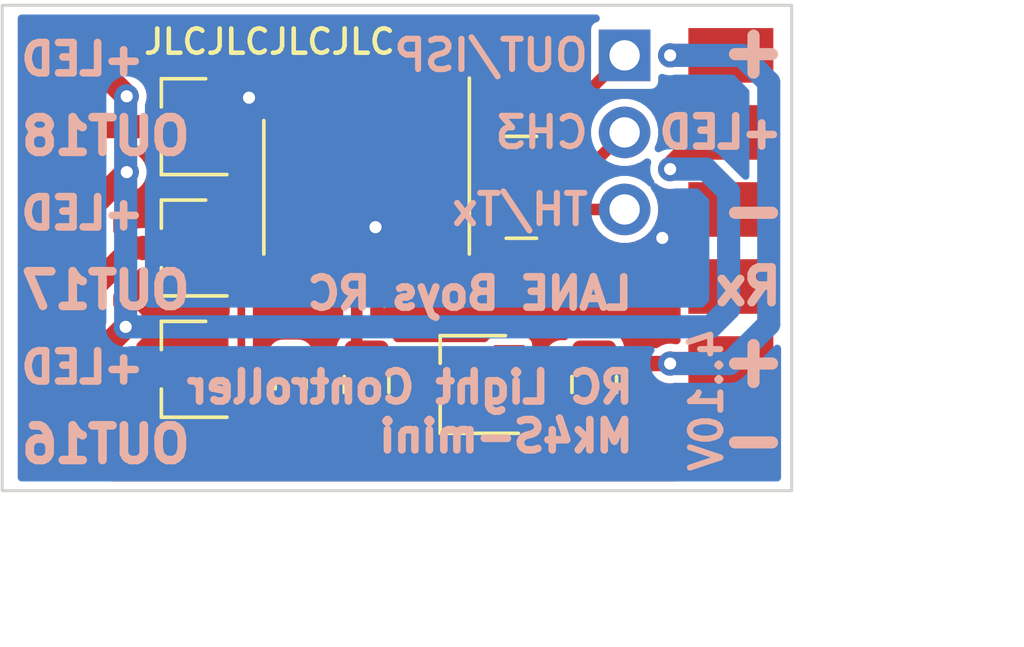
<source format=kicad_pcb>
(kicad_pcb (version 20171130) (host pcbnew 5.1.9-73d0e3b20d~88~ubuntu18.04.1)

  (general
    (thickness 1.6)
    (drawings 25)
    (tracks 106)
    (zones 0)
    (modules 12)
    (nets 19)
  )

  (page A4)
  (layers
    (0 F.Cu signal)
    (31 B.Cu signal)
    (32 B.Adhes user hide)
    (33 F.Adhes user hide)
    (34 B.Paste user hide)
    (35 F.Paste user hide)
    (36 B.SilkS user)
    (37 F.SilkS user)
    (38 B.Mask user hide)
    (39 F.Mask user hide)
    (40 Dwgs.User user hide)
    (41 Cmts.User user)
    (42 Eco1.User user hide)
    (43 Eco2.User user hide)
    (44 Edge.Cuts user)
    (45 Margin user)
    (46 B.CrtYd user)
    (47 F.CrtYd user)
    (48 B.Fab user hide)
    (49 F.Fab user hide)
  )

  (setup
    (last_trace_width 0.762)
    (user_trace_width 0.2032)
    (user_trace_width 0.381)
    (user_trace_width 0.508)
    (user_trace_width 0.762)
    (trace_clearance 0.2032)
    (zone_clearance 0.254)
    (zone_45_only no)
    (trace_min 0.2032)
    (via_size 0.8)
    (via_drill 0.4)
    (via_min_size 0.4)
    (via_min_drill 0.3)
    (uvia_size 0.3)
    (uvia_drill 0.1)
    (uvias_allowed no)
    (uvia_min_size 0.2)
    (uvia_min_drill 0.1)
    (edge_width 0.1)
    (segment_width 0.2)
    (pcb_text_width 0.3)
    (pcb_text_size 1.5 1.5)
    (mod_edge_width 0.15)
    (mod_text_size 1 1)
    (mod_text_width 0.15)
    (pad_size 1.7 1.7)
    (pad_drill 1)
    (pad_to_mask_clearance 0)
    (aux_axis_origin 100 100)
    (grid_origin 100 100)
    (visible_elements FFFFFF7F)
    (pcbplotparams
      (layerselection 0x010fc_ffffffff)
      (usegerberextensions false)
      (usegerberattributes true)
      (usegerberadvancedattributes true)
      (creategerberjobfile true)
      (excludeedgelayer true)
      (linewidth 0.100000)
      (plotframeref false)
      (viasonmask false)
      (mode 1)
      (useauxorigin false)
      (hpglpennumber 1)
      (hpglpenspeed 20)
      (hpglpendiameter 15.000000)
      (psnegative false)
      (psa4output false)
      (plotreference true)
      (plotvalue true)
      (plotinvisibletext false)
      (padsonsilk false)
      (subtractmaskfromsilk false)
      (outputformat 1)
      (mirror false)
      (drillshape 1)
      (scaleselection 1)
      (outputdirectory ""))
  )

  (net 0 "")
  (net 1 GND)
  (net 2 /VIN)
  (net 3 +3V3)
  (net 4 /TH-TX)
  (net 5 /CH3)
  (net 6 /OUT-ISP)
  (net 7 /LED+)
  (net 8 /ST-Rx-in)
  (net 9 "Net-(J3-Pad5)")
  (net 10 "Net-(J3-Pad3)")
  (net 11 "Net-(J3-Pad1)")
  (net 12 /ST-RX)
  (net 13 /OUT0)
  (net 14 /OUT1)
  (net 15 /OUT2)
  (net 16 /TH-TX-in)
  (net 17 /CH3-in)
  (net 18 /OUT-ISP-in)

  (net_class Default "This is the default net class."
    (clearance 0.2032)
    (trace_width 0.254)
    (via_dia 0.8)
    (via_drill 0.4)
    (uvia_dia 0.3)
    (uvia_drill 0.1)
    (diff_pair_width 0.2032)
    (diff_pair_gap 0.254)
    (add_net +3V3)
    (add_net /CH3)
    (add_net /CH3-in)
    (add_net /LED+)
    (add_net /OUT-ISP)
    (add_net /OUT-ISP-in)
    (add_net /OUT0)
    (add_net /OUT1)
    (add_net /OUT2)
    (add_net /ST-RX)
    (add_net /ST-Rx-in)
    (add_net /TH-TX)
    (add_net /TH-TX-in)
    (add_net /VIN)
    (add_net GND)
    (add_net "Net-(J3-Pad1)")
    (add_net "Net-(J3-Pad3)")
    (add_net "Net-(J3-Pad5)")
  )

  (module Resistor_SMD:R_Array_Convex_4x0603 (layer F.Cu) (tedit 58E0A8B2) (tstamp 5FF178D9)
    (at 117.1 90)
    (descr "Chip Resistor Network, ROHM MNR14 (see mnr_g.pdf)")
    (tags "resistor array")
    (path /5FF24B18)
    (attr smd)
    (fp_text reference RN1 (at 0 -2.8) (layer F.SilkS) hide
      (effects (font (size 1 1) (thickness 0.15)))
    )
    (fp_text value 1k (at 0 2.8) (layer F.Fab)
      (effects (font (size 1 1) (thickness 0.15)))
    )
    (fp_text user %R (at 0 0 90) (layer F.Fab)
      (effects (font (size 0.5 0.5) (thickness 0.075)))
    )
    (fp_line (start -0.8 -1.6) (end 0.8 -1.6) (layer F.Fab) (width 0.1))
    (fp_line (start 0.8 -1.6) (end 0.8 1.6) (layer F.Fab) (width 0.1))
    (fp_line (start 0.8 1.6) (end -0.8 1.6) (layer F.Fab) (width 0.1))
    (fp_line (start -0.8 1.6) (end -0.8 -1.6) (layer F.Fab) (width 0.1))
    (fp_line (start 0.5 1.68) (end -0.5 1.68) (layer F.SilkS) (width 0.12))
    (fp_line (start 0.5 -1.68) (end -0.5 -1.68) (layer F.SilkS) (width 0.12))
    (fp_line (start -1.55 -1.85) (end 1.55 -1.85) (layer F.CrtYd) (width 0.05))
    (fp_line (start -1.55 -1.85) (end -1.55 1.85) (layer F.CrtYd) (width 0.05))
    (fp_line (start 1.55 1.85) (end 1.55 -1.85) (layer F.CrtYd) (width 0.05))
    (fp_line (start 1.55 1.85) (end -1.55 1.85) (layer F.CrtYd) (width 0.05))
    (pad 5 smd rect (at 0.9 1.2) (size 0.8 0.5) (layers F.Cu F.Paste F.Mask)
      (net 8 /ST-Rx-in))
    (pad 6 smd rect (at 0.9 0.4) (size 0.8 0.4) (layers F.Cu F.Paste F.Mask)
      (net 16 /TH-TX-in))
    (pad 8 smd rect (at 0.9 -1.2) (size 0.8 0.5) (layers F.Cu F.Paste F.Mask)
      (net 18 /OUT-ISP-in))
    (pad 7 smd rect (at 0.9 -0.4) (size 0.8 0.4) (layers F.Cu F.Paste F.Mask)
      (net 17 /CH3-in))
    (pad 4 smd rect (at -0.9 1.2) (size 0.8 0.5) (layers F.Cu F.Paste F.Mask)
      (net 12 /ST-RX))
    (pad 2 smd rect (at -0.9 -0.4) (size 0.8 0.4) (layers F.Cu F.Paste F.Mask)
      (net 5 /CH3))
    (pad 3 smd rect (at -0.9 0.4) (size 0.8 0.4) (layers F.Cu F.Paste F.Mask)
      (net 4 /TH-TX))
    (pad 1 smd rect (at -0.9 -1.2) (size 0.8 0.5) (layers F.Cu F.Paste F.Mask)
      (net 6 /OUT-ISP))
    (model ${KISYS3DMOD}/Resistor_SMD.3dshapes/R_Array_Convex_4x0603.wrl
      (at (xyz 0 0 0))
      (scale (xyz 1 1 1))
      (rotate (xyz 0 0 0))
    )
  )

  (module Connector_PinHeader_2.54mm:PinHeader_1x03_P2.54mm_Vertical (layer F.Cu) (tedit 5FF15566) (tstamp 5FF13756)
    (at 120.5 85.65)
    (descr "Through hole straight pin header, 1x03, 2.54mm pitch, single row")
    (tags "Through hole pin header THT 1x03 2.54mm single row")
    (path /5FFCF829)
    (fp_text reference J1 (at 0 -2.33) (layer F.SilkS) hide
      (effects (font (size 1 1) (thickness 0.15)))
    )
    (fp_text value Conn_01x03 (at -0.196 7.41) (layer F.Fab) hide
      (effects (font (size 1 1) (thickness 0.15)))
    )
    (fp_line (start -0.635 -1.27) (end 1.27 -1.27) (layer F.Fab) (width 0.1))
    (fp_line (start 1.27 -1.27) (end 1.27 6.35) (layer F.Fab) (width 0.1))
    (fp_line (start 1.27 6.35) (end -1.27 6.35) (layer F.Fab) (width 0.1))
    (fp_line (start -1.27 6.35) (end -1.27 -0.635) (layer F.Fab) (width 0.1))
    (fp_line (start -1.27 -0.635) (end -0.635 -1.27) (layer F.Fab) (width 0.1))
    (fp_line (start -1.8 -1.8) (end -1.8 6.85) (layer F.CrtYd) (width 0.05))
    (fp_line (start -1.8 6.85) (end 1.8 6.85) (layer F.CrtYd) (width 0.05))
    (fp_line (start 1.8 6.85) (end 1.8 -1.8) (layer F.CrtYd) (width 0.05))
    (fp_line (start 1.8 -1.8) (end -1.8 -1.8) (layer F.CrtYd) (width 0.05))
    (fp_text user %R (at 0 2.54 90) (layer F.Fab)
      (effects (font (size 1 1) (thickness 0.15)))
    )
    (pad 3 thru_hole oval (at 0 5.08) (size 1.7 1.7) (drill 1) (layers *.Cu *.Mask)
      (net 16 /TH-TX-in))
    (pad 2 thru_hole oval (at 0 2.54) (size 1.7 1.7) (drill 1) (layers *.Cu *.Mask)
      (net 17 /CH3-in))
    (pad 1 thru_hole rect (at 0 0) (size 1.7 1.7) (drill 1) (layers *.Cu *.Mask)
      (net 18 /OUT-ISP-in))
    (model ${KISYS3DMOD}/Connector_PinHeader_2.54mm.3dshapes/PinHeader_1x03_P2.54mm_Vertical.wrl
      (at (xyz 0 0 0))
      (scale (xyz 1 1 1))
      (rotate (xyz 0 0 0))
    )
  )

  (module Package_TO_SOT_SMD:SOT-23W (layer F.Cu) (tedit 5A02FF57) (tstamp 5FF137F5)
    (at 115.5 96.5 180)
    (descr "SOT-23W http://www.allegromicro.com/~/media/Files/Datasheets/A112x-Datasheet.ashx?la=en&hash=7BC461E058CC246E0BAB62433B2F1ECA104CA9D3")
    (tags SOT-23W)
    (path /09B5DC2D)
    (attr smd)
    (fp_text reference U2 (at 0.252 -2.484) (layer F.SilkS) hide
      (effects (font (size 1 1) (thickness 0.15)))
    )
    (fp_text value MCP1703A-3302_SOT23 (at 0.252 -11.12 90) (layer F.Fab)
      (effects (font (size 1 1) (thickness 0.15)))
    )
    (fp_line (start 1.075 -1.61) (end 1.075 -0.7) (layer F.SilkS) (width 0.12))
    (fp_line (start 1.075 0.7) (end 1.075 1.61) (layer F.SilkS) (width 0.12))
    (fp_line (start -1.5 -1.61) (end 1.075 -1.61) (layer F.SilkS) (width 0.12))
    (fp_line (start -1.075 1.61) (end 1.075 1.61) (layer F.SilkS) (width 0.12))
    (fp_line (start -0.955 -0.49) (end -0.955 1.49) (layer F.Fab) (width 0.1))
    (fp_line (start 0.045 -1.49) (end 0.955 -1.49) (layer F.Fab) (width 0.1))
    (fp_line (start -0.955 -0.49) (end 0.045 -1.49) (layer F.Fab) (width 0.1))
    (fp_line (start 0.955 -1.49) (end 0.955 1.49) (layer F.Fab) (width 0.1))
    (fp_line (start -0.955 1.49) (end 0.955 1.49) (layer F.Fab) (width 0.1))
    (fp_line (start -1.95 -1.74) (end 1.95 -1.74) (layer F.CrtYd) (width 0.05))
    (fp_line (start 1.95 -1.74) (end 1.95 1.74) (layer F.CrtYd) (width 0.05))
    (fp_line (start 1.95 1.74) (end -1.95 1.74) (layer F.CrtYd) (width 0.05))
    (fp_line (start -1.95 1.74) (end -1.95 -1.74) (layer F.CrtYd) (width 0.05))
    (fp_text user %R (at 0 0 90) (layer F.Fab)
      (effects (font (size 0.5 0.5) (thickness 0.075)))
    )
    (pad 3 smd rect (at 1.2 0 180) (size 1 0.7) (layers F.Cu F.Paste F.Mask)
      (net 2 /VIN))
    (pad 2 smd rect (at -1.2 0.95 180) (size 1 0.7) (layers F.Cu F.Paste F.Mask)
      (net 3 +3V3))
    (pad 1 smd rect (at -1.2 -0.95 180) (size 1 0.7) (layers F.Cu F.Paste F.Mask)
      (net 1 GND))
    (model ${KISYS3DMOD}/Package_TO_SOT_SMD.3dshapes/SOT-23W.wrl
      (at (xyz 0 0 0))
      (scale (xyz 1 1 1))
      (rotate (xyz 0 0 0))
    )
  )

  (module Package_SO:TSSOP-20_4.4x6.5mm_P0.65mm (layer F.Cu) (tedit 5E476F32) (tstamp 5FF137E0)
    (at 112 90 270)
    (descr "TSSOP, 20 Pin (JEDEC MO-153 Var AC https://www.jedec.org/document_search?search_api_views_fulltext=MO-153), generated with kicad-footprint-generator ipc_gullwing_generator.py")
    (tags "TSSOP SO")
    (path /5EE5F15A)
    (attr smd)
    (fp_text reference U1 (at 0 -4.2 90) (layer F.SilkS) hide
      (effects (font (size 1 1) (thickness 0.15)))
    )
    (fp_text value LPC812M101JDH20 (at -4.732 4.356 90) (layer F.Fab)
      (effects (font (size 1 1) (thickness 0.15)))
    )
    (fp_line (start 0 3.385) (end 2.2 3.385) (layer F.SilkS) (width 0.12))
    (fp_line (start 0 3.385) (end -2.2 3.385) (layer F.SilkS) (width 0.12))
    (fp_line (start 0 -3.385) (end 2.2 -3.385) (layer F.SilkS) (width 0.12))
    (fp_line (start 0 -3.385) (end -3.6 -3.385) (layer F.SilkS) (width 0.12))
    (fp_line (start -1.2 -3.25) (end 2.2 -3.25) (layer F.Fab) (width 0.1))
    (fp_line (start 2.2 -3.25) (end 2.2 3.25) (layer F.Fab) (width 0.1))
    (fp_line (start 2.2 3.25) (end -2.2 3.25) (layer F.Fab) (width 0.1))
    (fp_line (start -2.2 3.25) (end -2.2 -2.25) (layer F.Fab) (width 0.1))
    (fp_line (start -2.2 -2.25) (end -1.2 -3.25) (layer F.Fab) (width 0.1))
    (fp_line (start -3.85 -3.5) (end -3.85 3.5) (layer F.CrtYd) (width 0.05))
    (fp_line (start -3.85 3.5) (end 3.85 3.5) (layer F.CrtYd) (width 0.05))
    (fp_line (start 3.85 3.5) (end 3.85 -3.5) (layer F.CrtYd) (width 0.05))
    (fp_line (start 3.85 -3.5) (end -3.85 -3.5) (layer F.CrtYd) (width 0.05))
    (fp_text user %R (at 0 0 90) (layer F.Fab)
      (effects (font (size 1 1) (thickness 0.15)))
    )
    (pad 20 smd roundrect (at 2.8625 -2.925 270) (size 1.475 0.4) (layers F.Cu F.Paste F.Mask) (roundrect_rratio 0.25)
      (net 1 GND))
    (pad 19 smd roundrect (at 2.8625 -2.275 270) (size 1.475 0.4) (layers F.Cu F.Paste F.Mask) (roundrect_rratio 0.25)
      (net 12 /ST-RX))
    (pad 18 smd roundrect (at 2.8625 -1.625 270) (size 1.475 0.4) (layers F.Cu F.Paste F.Mask) (roundrect_rratio 0.25))
    (pad 17 smd roundrect (at 2.8625 -0.975 270) (size 1.475 0.4) (layers F.Cu F.Paste F.Mask) (roundrect_rratio 0.25))
    (pad 16 smd roundrect (at 2.8625 -0.325 270) (size 1.475 0.4) (layers F.Cu F.Paste F.Mask) (roundrect_rratio 0.25)
      (net 1 GND))
    (pad 15 smd roundrect (at 2.8625 0.325 270) (size 1.475 0.4) (layers F.Cu F.Paste F.Mask) (roundrect_rratio 0.25)
      (net 3 +3V3))
    (pad 14 smd roundrect (at 2.8625 0.975 270) (size 1.475 0.4) (layers F.Cu F.Paste F.Mask) (roundrect_rratio 0.25))
    (pad 13 smd roundrect (at 2.8625 1.625 270) (size 1.475 0.4) (layers F.Cu F.Paste F.Mask) (roundrect_rratio 0.25))
    (pad 12 smd roundrect (at 2.8625 2.275 270) (size 1.475 0.4) (layers F.Cu F.Paste F.Mask) (roundrect_rratio 0.25))
    (pad 11 smd roundrect (at 2.8625 2.925 270) (size 1.475 0.4) (layers F.Cu F.Paste F.Mask) (roundrect_rratio 0.25))
    (pad 10 smd roundrect (at -2.8625 2.925 270) (size 1.475 0.4) (layers F.Cu F.Paste F.Mask) (roundrect_rratio 0.25))
    (pad 9 smd roundrect (at -2.8625 2.275 270) (size 1.475 0.4) (layers F.Cu F.Paste F.Mask) (roundrect_rratio 0.25))
    (pad 8 smd roundrect (at -2.8625 1.625 270) (size 1.475 0.4) (layers F.Cu F.Paste F.Mask) (roundrect_rratio 0.25))
    (pad 7 smd roundrect (at -2.8625 0.975 270) (size 1.475 0.4) (layers F.Cu F.Paste F.Mask) (roundrect_rratio 0.25)
      (net 15 /OUT2))
    (pad 6 smd roundrect (at -2.8625 0.325 270) (size 1.475 0.4) (layers F.Cu F.Paste F.Mask) (roundrect_rratio 0.25)
      (net 14 /OUT1))
    (pad 5 smd roundrect (at -2.8625 -0.325 270) (size 1.475 0.4) (layers F.Cu F.Paste F.Mask) (roundrect_rratio 0.25)
      (net 4 /TH-TX))
    (pad 4 smd roundrect (at -2.8625 -0.975 270) (size 1.475 0.4) (layers F.Cu F.Paste F.Mask) (roundrect_rratio 0.25))
    (pad 3 smd roundrect (at -2.8625 -1.625 270) (size 1.475 0.4) (layers F.Cu F.Paste F.Mask) (roundrect_rratio 0.25)
      (net 6 /OUT-ISP))
    (pad 2 smd roundrect (at -2.8625 -2.275 270) (size 1.475 0.4) (layers F.Cu F.Paste F.Mask) (roundrect_rratio 0.25)
      (net 5 /CH3))
    (pad 1 smd roundrect (at -2.8625 -2.925 270) (size 1.475 0.4) (layers F.Cu F.Paste F.Mask) (roundrect_rratio 0.25)
      (net 13 /OUT0))
    (model ${KISYS3DMOD}/Package_SO.3dshapes/TSSOP-20_4.4x6.5mm_P0.65mm.wrl
      (at (xyz 0 0 0))
      (scale (xyz 1 1 1))
      (rotate (xyz 0 0 0))
    )
  )

  (module Package_TO_SOT_SMD:SOT-23 (layer F.Cu) (tedit 5A02FF57) (tstamp 5FF137BA)
    (at 106 96 180)
    (descr "SOT-23, Standard")
    (tags SOT-23)
    (path /5EEE0AF7)
    (attr smd)
    (fp_text reference T3 (at 0 -2.5) (layer F.SilkS) hide
      (effects (font (size 1 1) (thickness 0.15)))
    )
    (fp_text value PMV30UN (at 4.468 0.064) (layer F.Fab)
      (effects (font (size 1 1) (thickness 0.15)))
    )
    (fp_line (start -0.7 -0.95) (end -0.7 1.5) (layer F.Fab) (width 0.1))
    (fp_line (start -0.15 -1.52) (end 0.7 -1.52) (layer F.Fab) (width 0.1))
    (fp_line (start -0.7 -0.95) (end -0.15 -1.52) (layer F.Fab) (width 0.1))
    (fp_line (start 0.7 -1.52) (end 0.7 1.52) (layer F.Fab) (width 0.1))
    (fp_line (start -0.7 1.52) (end 0.7 1.52) (layer F.Fab) (width 0.1))
    (fp_line (start 0.76 1.58) (end 0.76 0.65) (layer F.SilkS) (width 0.12))
    (fp_line (start 0.76 -1.58) (end 0.76 -0.65) (layer F.SilkS) (width 0.12))
    (fp_line (start -1.7 -1.75) (end 1.7 -1.75) (layer F.CrtYd) (width 0.05))
    (fp_line (start 1.7 -1.75) (end 1.7 1.75) (layer F.CrtYd) (width 0.05))
    (fp_line (start 1.7 1.75) (end -1.7 1.75) (layer F.CrtYd) (width 0.05))
    (fp_line (start -1.7 1.75) (end -1.7 -1.75) (layer F.CrtYd) (width 0.05))
    (fp_line (start 0.76 -1.58) (end -1.4 -1.58) (layer F.SilkS) (width 0.12))
    (fp_line (start 0.76 1.58) (end -0.7 1.58) (layer F.SilkS) (width 0.12))
    (fp_text user %R (at 0 0 90) (layer F.Fab)
      (effects (font (size 0.5 0.5) (thickness 0.075)))
    )
    (pad 3 smd rect (at 1 0 180) (size 0.9 0.8) (layers F.Cu F.Paste F.Mask)
      (net 11 "Net-(J3-Pad1)"))
    (pad 2 smd rect (at -1 0.95 180) (size 0.9 0.8) (layers F.Cu F.Paste F.Mask)
      (net 1 GND))
    (pad 1 smd rect (at -1 -0.95 180) (size 0.9 0.8) (layers F.Cu F.Paste F.Mask)
      (net 13 /OUT0))
    (model ${KISYS3DMOD}/Package_TO_SOT_SMD.3dshapes/SOT-23.wrl
      (at (xyz 0 0 0))
      (scale (xyz 1 1 1))
      (rotate (xyz 0 0 0))
    )
  )

  (module Package_TO_SOT_SMD:SOT-23 (layer F.Cu) (tedit 5A02FF57) (tstamp 5FF137A5)
    (at 106 92 180)
    (descr "SOT-23, Standard")
    (tags SOT-23)
    (path /5EEDFD3A)
    (attr smd)
    (fp_text reference T2 (at 0 -2.5) (layer F.SilkS) hide
      (effects (font (size 1 1) (thickness 0.15)))
    )
    (fp_text value PMV30UN (at 4.468 0.128) (layer F.Fab)
      (effects (font (size 1 1) (thickness 0.15)))
    )
    (fp_line (start -0.7 -0.95) (end -0.7 1.5) (layer F.Fab) (width 0.1))
    (fp_line (start -0.15 -1.52) (end 0.7 -1.52) (layer F.Fab) (width 0.1))
    (fp_line (start -0.7 -0.95) (end -0.15 -1.52) (layer F.Fab) (width 0.1))
    (fp_line (start 0.7 -1.52) (end 0.7 1.52) (layer F.Fab) (width 0.1))
    (fp_line (start -0.7 1.52) (end 0.7 1.52) (layer F.Fab) (width 0.1))
    (fp_line (start 0.76 1.58) (end 0.76 0.65) (layer F.SilkS) (width 0.12))
    (fp_line (start 0.76 -1.58) (end 0.76 -0.65) (layer F.SilkS) (width 0.12))
    (fp_line (start -1.7 -1.75) (end 1.7 -1.75) (layer F.CrtYd) (width 0.05))
    (fp_line (start 1.7 -1.75) (end 1.7 1.75) (layer F.CrtYd) (width 0.05))
    (fp_line (start 1.7 1.75) (end -1.7 1.75) (layer F.CrtYd) (width 0.05))
    (fp_line (start -1.7 1.75) (end -1.7 -1.75) (layer F.CrtYd) (width 0.05))
    (fp_line (start 0.76 -1.58) (end -1.4 -1.58) (layer F.SilkS) (width 0.12))
    (fp_line (start 0.76 1.58) (end -0.7 1.58) (layer F.SilkS) (width 0.12))
    (fp_text user %R (at 0 0 90) (layer F.Fab)
      (effects (font (size 0.5 0.5) (thickness 0.075)))
    )
    (pad 3 smd rect (at 1 0 180) (size 0.9 0.8) (layers F.Cu F.Paste F.Mask)
      (net 10 "Net-(J3-Pad3)"))
    (pad 2 smd rect (at -1 0.95 180) (size 0.9 0.8) (layers F.Cu F.Paste F.Mask)
      (net 1 GND))
    (pad 1 smd rect (at -1 -0.95 180) (size 0.9 0.8) (layers F.Cu F.Paste F.Mask)
      (net 14 /OUT1))
    (model ${KISYS3DMOD}/Package_TO_SOT_SMD.3dshapes/SOT-23.wrl
      (at (xyz 0 0 0))
      (scale (xyz 1 1 1))
      (rotate (xyz 0 0 0))
    )
  )

  (module Package_TO_SOT_SMD:SOT-23 (layer F.Cu) (tedit 5A02FF57) (tstamp 5FF13790)
    (at 106 88 180)
    (descr "SOT-23, Standard")
    (tags SOT-23)
    (path /8692C711)
    (attr smd)
    (fp_text reference T1 (at 0 -2.5) (layer F.SilkS) hide
      (effects (font (size 1 1) (thickness 0.15)))
    )
    (fp_text value PMV30UN (at 4.468 -0.062) (layer F.Fab)
      (effects (font (size 1 1) (thickness 0.15)))
    )
    (fp_line (start -0.7 -0.95) (end -0.7 1.5) (layer F.Fab) (width 0.1))
    (fp_line (start -0.15 -1.52) (end 0.7 -1.52) (layer F.Fab) (width 0.1))
    (fp_line (start -0.7 -0.95) (end -0.15 -1.52) (layer F.Fab) (width 0.1))
    (fp_line (start 0.7 -1.52) (end 0.7 1.52) (layer F.Fab) (width 0.1))
    (fp_line (start -0.7 1.52) (end 0.7 1.52) (layer F.Fab) (width 0.1))
    (fp_line (start 0.76 1.58) (end 0.76 0.65) (layer F.SilkS) (width 0.12))
    (fp_line (start 0.76 -1.58) (end 0.76 -0.65) (layer F.SilkS) (width 0.12))
    (fp_line (start -1.7 -1.75) (end 1.7 -1.75) (layer F.CrtYd) (width 0.05))
    (fp_line (start 1.7 -1.75) (end 1.7 1.75) (layer F.CrtYd) (width 0.05))
    (fp_line (start 1.7 1.75) (end -1.7 1.75) (layer F.CrtYd) (width 0.05))
    (fp_line (start -1.7 1.75) (end -1.7 -1.75) (layer F.CrtYd) (width 0.05))
    (fp_line (start 0.76 -1.58) (end -1.4 -1.58) (layer F.SilkS) (width 0.12))
    (fp_line (start 0.76 1.58) (end -0.7 1.58) (layer F.SilkS) (width 0.12))
    (fp_text user %R (at 0 0 90) (layer F.Fab)
      (effects (font (size 0.5 0.5) (thickness 0.075)))
    )
    (pad 3 smd rect (at 1 0 180) (size 0.9 0.8) (layers F.Cu F.Paste F.Mask)
      (net 9 "Net-(J3-Pad5)"))
    (pad 2 smd rect (at -1 0.95 180) (size 0.9 0.8) (layers F.Cu F.Paste F.Mask)
      (net 1 GND))
    (pad 1 smd rect (at -1 -0.95 180) (size 0.9 0.8) (layers F.Cu F.Paste F.Mask)
      (net 15 /OUT2))
    (model ${KISYS3DMOD}/Package_TO_SOT_SMD.3dshapes/SOT-23.wrl
      (at (xyz 0 0 0))
      (scale (xyz 1 1 1))
      (rotate (xyz 0 0 0))
    )
  )

  (module rc-light-controller-tlc5940-lpc812:PinHeader_1x06_P2.54mm_Flat (layer F.Cu) (tedit 5F17D121) (tstamp 5FF1376A)
    (at 102 98.35 90)
    (path /5FF85660)
    (fp_text reference J3 (at 0 2.54 90) (layer F.SilkS) hide
      (effects (font (size 1 1) (thickness 0.15)))
    )
    (fp_text value "Pinheader straight 1x06" (at 0 -2.54 90) (layer F.Fab) hide
      (effects (font (size 1 1) (thickness 0.15)))
    )
    (pad 6 smd rect (at 12.7 0 90) (size 1.8 2.8) (layers F.Cu F.Mask)
      (net 7 /LED+))
    (pad 5 smd rect (at 10.16 0 90) (size 1.8 2.8) (layers F.Cu F.Mask)
      (net 9 "Net-(J3-Pad5)"))
    (pad 4 smd rect (at 7.62 0 90) (size 1.8 2.8) (layers F.Cu F.Mask)
      (net 7 /LED+))
    (pad 3 smd rect (at 5.08 0 90) (size 1.8 2.8) (layers F.Cu F.Mask)
      (net 10 "Net-(J3-Pad3)"))
    (pad 2 smd rect (at 2.54 0 90) (size 1.8 2.8) (layers F.Cu F.Mask)
      (net 7 /LED+))
    (pad 1 smd rect (at 0 0 90) (size 1.8 2.8) (layers F.Cu F.Mask)
      (net 11 "Net-(J3-Pad1)"))
  )

  (module rc-light-controller-tlc5940-lpc812:PinHeader_1x06_P2.54mm_Flat (layer F.Cu) (tedit 5F17D121) (tstamp 5FF190FA)
    (at 124 98.35 90)
    (path /5F1D0E80)
    (fp_text reference J2 (at 0 2.54 90) (layer F.SilkS) hide
      (effects (font (size 1 1) (thickness 0.15)))
    )
    (fp_text value "Pinheader straight 1x06" (at 0 -2.54 90) (layer F.Fab) hide
      (effects (font (size 1 1) (thickness 0.15)))
    )
    (pad 6 smd rect (at 12.7 0 90) (size 1.8 2.8) (layers F.Cu F.Mask)
      (net 2 /VIN))
    (pad 5 smd rect (at 10.16 0 90) (size 1.8 2.8) (layers F.Cu F.Mask)
      (net 7 /LED+))
    (pad 4 smd rect (at 7.62 0 90) (size 1.8 2.8) (layers F.Cu F.Mask)
      (net 1 GND))
    (pad 3 smd rect (at 5.08 0 90) (size 1.8 2.8) (layers F.Cu F.Mask)
      (net 8 /ST-Rx-in))
    (pad 2 smd rect (at 2.54 0 90) (size 1.8 2.8) (layers F.Cu F.Mask)
      (net 2 /VIN))
    (pad 1 smd rect (at 0 0 90) (size 1.8 2.8) (layers F.Cu F.Mask)
      (net 1 GND))
  )

  (module Capacitor_SMD:C_0603_1608Metric (layer F.Cu) (tedit 5F68FEEE) (tstamp 5FF164AB)
    (at 109.5 96.5 270)
    (descr "Capacitor SMD 0603 (1608 Metric), square (rectangular) end terminal, IPC_7351 nominal, (Body size source: IPC-SM-782 page 76, https://www.pcb-3d.com/wordpress/wp-content/uploads/ipc-sm-782a_amendment_1_and_2.pdf), generated with kicad-footprint-generator")
    (tags capacitor)
    (path /5F2418F7)
    (attr smd)
    (fp_text reference C3 (at 2.484 0.094 180) (layer F.SilkS) hide
      (effects (font (size 1 1) (thickness 0.15)))
    )
    (fp_text value 100n (at 3.754 0.094 90) (layer F.Fab)
      (effects (font (size 1 1) (thickness 0.15)))
    )
    (fp_line (start -0.8 0.4) (end -0.8 -0.4) (layer F.Fab) (width 0.1))
    (fp_line (start -0.8 -0.4) (end 0.8 -0.4) (layer F.Fab) (width 0.1))
    (fp_line (start 0.8 -0.4) (end 0.8 0.4) (layer F.Fab) (width 0.1))
    (fp_line (start 0.8 0.4) (end -0.8 0.4) (layer F.Fab) (width 0.1))
    (fp_line (start -0.14058 -0.51) (end 0.14058 -0.51) (layer F.SilkS) (width 0.12))
    (fp_line (start -0.14058 0.51) (end 0.14058 0.51) (layer F.SilkS) (width 0.12))
    (fp_line (start -1.48 0.73) (end -1.48 -0.73) (layer F.CrtYd) (width 0.05))
    (fp_line (start -1.48 -0.73) (end 1.48 -0.73) (layer F.CrtYd) (width 0.05))
    (fp_line (start 1.48 -0.73) (end 1.48 0.73) (layer F.CrtYd) (width 0.05))
    (fp_line (start 1.48 0.73) (end -1.48 0.73) (layer F.CrtYd) (width 0.05))
    (fp_text user %R (at 0 0 90) (layer F.Fab)
      (effects (font (size 0.4 0.4) (thickness 0.06)))
    )
    (pad 2 smd roundrect (at 0.775 0 270) (size 0.9 0.95) (layers F.Cu F.Paste F.Mask) (roundrect_rratio 0.25)
      (net 1 GND))
    (pad 1 smd roundrect (at -0.775 0 270) (size 0.9 0.95) (layers F.Cu F.Paste F.Mask) (roundrect_rratio 0.25)
      (net 3 +3V3))
    (model ${KISYS3DMOD}/Capacitor_SMD.3dshapes/C_0603_1608Metric.wrl
      (at (xyz 0 0 0))
      (scale (xyz 1 1 1))
      (rotate (xyz 0 0 0))
    )
  )

  (module Capacitor_SMD:C_0805_2012Metric (layer F.Cu) (tedit 5F68FEEE) (tstamp 5FF1372E)
    (at 112 96.5 270)
    (descr "Capacitor SMD 0805 (2012 Metric), square (rectangular) end terminal, IPC_7351 nominal, (Body size source: IPC-SM-782 page 76, https://www.pcb-3d.com/wordpress/wp-content/uploads/ipc-sm-782a_amendment_1_and_2.pdf, https://docs.google.com/spreadsheets/d/1BsfQQcO9C6DZCsRaXUlFlo91Tg2WpOkGARC1WS5S8t0/edit?usp=sharing), generated with kicad-footprint-generator")
    (tags capacitor)
    (path /5C870864)
    (attr smd)
    (fp_text reference C2 (at 2.484 0.054 180) (layer F.SilkS) hide
      (effects (font (size 1 1) (thickness 0.15)))
    )
    (fp_text value 47u/6V3 (at 5.278 0.054 90) (layer F.Fab)
      (effects (font (size 1 1) (thickness 0.15)))
    )
    (fp_line (start -1 0.625) (end -1 -0.625) (layer F.Fab) (width 0.1))
    (fp_line (start -1 -0.625) (end 1 -0.625) (layer F.Fab) (width 0.1))
    (fp_line (start 1 -0.625) (end 1 0.625) (layer F.Fab) (width 0.1))
    (fp_line (start 1 0.625) (end -1 0.625) (layer F.Fab) (width 0.1))
    (fp_line (start -0.261252 -0.735) (end 0.261252 -0.735) (layer F.SilkS) (width 0.12))
    (fp_line (start -0.261252 0.735) (end 0.261252 0.735) (layer F.SilkS) (width 0.12))
    (fp_line (start -1.7 0.98) (end -1.7 -0.98) (layer F.CrtYd) (width 0.05))
    (fp_line (start -1.7 -0.98) (end 1.7 -0.98) (layer F.CrtYd) (width 0.05))
    (fp_line (start 1.7 -0.98) (end 1.7 0.98) (layer F.CrtYd) (width 0.05))
    (fp_line (start 1.7 0.98) (end -1.7 0.98) (layer F.CrtYd) (width 0.05))
    (fp_text user %R (at 0 0 90) (layer F.Fab)
      (effects (font (size 0.5 0.5) (thickness 0.08)))
    )
    (pad 2 smd roundrect (at 0.95 0 270) (size 1 1.45) (layers F.Cu F.Paste F.Mask) (roundrect_rratio 0.25)
      (net 1 GND))
    (pad 1 smd roundrect (at -0.95 0 270) (size 1 1.45) (layers F.Cu F.Paste F.Mask) (roundrect_rratio 0.25)
      (net 3 +3V3))
    (model ${KISYS3DMOD}/Capacitor_SMD.3dshapes/C_0805_2012Metric.wrl
      (at (xyz 0 0 0))
      (scale (xyz 1 1 1))
      (rotate (xyz 0 0 0))
    )
  )

  (module Capacitor_SMD:C_0805_2012Metric (layer F.Cu) (tedit 5F68FEEE) (tstamp 5FF1371D)
    (at 119.5 96.5 270)
    (descr "Capacitor SMD 0805 (2012 Metric), square (rectangular) end terminal, IPC_7351 nominal, (Body size source: IPC-SM-782 page 76, https://www.pcb-3d.com/wordpress/wp-content/uploads/ipc-sm-782a_amendment_1_and_2.pdf, https://docs.google.com/spreadsheets/d/1BsfQQcO9C6DZCsRaXUlFlo91Tg2WpOkGARC1WS5S8t0/edit?usp=sharing), generated with kicad-footprint-generator")
    (tags capacitor)
    (path /30D010B6)
    (attr smd)
    (fp_text reference C1 (at 2.484 -0.058 180) (layer F.SilkS) hide
      (effects (font (size 1 1) (thickness 0.15)))
    )
    (fp_text value 1u/16V (at 5.024 -0.058 90) (layer F.Fab)
      (effects (font (size 1 1) (thickness 0.15)))
    )
    (fp_line (start -1 0.625) (end -1 -0.625) (layer F.Fab) (width 0.1))
    (fp_line (start -1 -0.625) (end 1 -0.625) (layer F.Fab) (width 0.1))
    (fp_line (start 1 -0.625) (end 1 0.625) (layer F.Fab) (width 0.1))
    (fp_line (start 1 0.625) (end -1 0.625) (layer F.Fab) (width 0.1))
    (fp_line (start -0.261252 -0.735) (end 0.261252 -0.735) (layer F.SilkS) (width 0.12))
    (fp_line (start -0.261252 0.735) (end 0.261252 0.735) (layer F.SilkS) (width 0.12))
    (fp_line (start -1.7 0.98) (end -1.7 -0.98) (layer F.CrtYd) (width 0.05))
    (fp_line (start -1.7 -0.98) (end 1.7 -0.98) (layer F.CrtYd) (width 0.05))
    (fp_line (start 1.7 -0.98) (end 1.7 0.98) (layer F.CrtYd) (width 0.05))
    (fp_line (start 1.7 0.98) (end -1.7 0.98) (layer F.CrtYd) (width 0.05))
    (fp_text user %R (at 0 0 90) (layer F.Fab)
      (effects (font (size 0.5 0.5) (thickness 0.08)))
    )
    (pad 2 smd roundrect (at 0.95 0 270) (size 1 1.45) (layers F.Cu F.Paste F.Mask) (roundrect_rratio 0.25)
      (net 1 GND))
    (pad 1 smd roundrect (at -0.95 0 270) (size 1 1.45) (layers F.Cu F.Paste F.Mask) (roundrect_rratio 0.25)
      (net 2 /VIN))
    (model ${KISYS3DMOD}/Capacitor_SMD.3dshapes/C_0805_2012Metric.wrl
      (at (xyz 0 0 0))
      (scale (xyz 1 1 1))
      (rotate (xyz 0 0 0))
    )
  )

  (gr_text JLCJLCJLCJLC (at 108.8 85.2) (layer F.SilkS)
    (effects (font (size 0.8 0.8) (thickness 0.15)))
  )
  (gr_text 4..10V (at 123.2 97 90) (layer B.SilkS)
    (effects (font (size 1 1) (thickness 0.2)) (justify mirror))
  )
  (gr_text "LANE Boys RC" (at 115.4 93.5) (layer B.SilkS) (tstamp 5FF1B7CD)
    (effects (font (size 1 1) (thickness 0.25)) (justify mirror))
  )
  (gr_text TH/Tx (at 119.4 90.73) (layer B.SilkS)
    (effects (font (size 1 1) (thickness 0.2)) (justify left mirror))
  )
  (gr_text CH3 (at 119.4 88.19) (layer B.SilkS)
    (effects (font (size 1 1) (thickness 0.2)) (justify left mirror))
  )
  (gr_text OUT/ISP (at 119.4 85.65) (layer B.SilkS)
    (effects (font (size 1 1) (thickness 0.2)) (justify left mirror))
  )
  (gr_text "RC Light Controller\nMk4S-mini" (at 120.9 97.4) (layer B.SilkS) (tstamp 5FF1B769)
    (effects (font (size 1 1) (thickness 0.25)) (justify left mirror))
  )
  (gr_text OUT16 (at 100.5 98.476) (layer B.SilkS) (tstamp 5FF17EFD)
    (effects (font (size 1.143 1.143) (thickness 0.28575)) (justify right mirror))
  )
  (gr_text OUT17 (at 100.5 93.396) (layer B.SilkS) (tstamp 5FF17EF9)
    (effects (font (size 1.143 1.143) (thickness 0.28575)) (justify right mirror))
  )
  (gr_text OUT18 (at 100.5 88.316) (layer B.SilkS) (tstamp 5FF17EF6)
    (effects (font (size 1.143 1.143) (thickness 0.28575)) (justify right mirror))
  )
  (gr_text +LED (at 100.5 95.936) (layer B.SilkS) (tstamp 5FF17EF3)
    (effects (font (size 1 1) (thickness 0.25)) (justify right mirror))
  )
  (gr_text +LED (at 100.5 90.856) (layer B.SilkS) (tstamp 5FF17EF1)
    (effects (font (size 1 1) (thickness 0.25)) (justify right mirror))
  )
  (gr_text +LED (at 100.5 85.776) (layer B.SilkS)
    (effects (font (size 1 1) (thickness 0.25)) (justify right mirror))
  )
  (gr_text + (at 126 85.5) (layer B.SilkS)
    (effects (font (size 1.6 1.6) (thickness 0.4)) (justify left mirror))
  )
  (gr_text +LED (at 125.8 88.19) (layer B.SilkS)
    (effects (font (size 1 1) (thickness 0.25)) (justify left mirror))
  )
  (gr_text - (at 126 90.73) (layer B.SilkS)
    (effects (font (size 1.6 1.6) (thickness 0.4)) (justify left mirror))
  )
  (gr_text Rx (at 125.8 93.27) (layer B.SilkS)
    (effects (font (size 1.143 1.143) (thickness 0.28575)) (justify left mirror))
  )
  (gr_text + (at 126 95.7) (layer B.SilkS)
    (effects (font (size 1.6 1.6) (thickness 0.4)) (justify left mirror))
  )
  (gr_text - (at 126 98.3) (layer B.SilkS)
    (effects (font (size 1.6 1.6) (thickness 0.4)) (justify left mirror))
  )
  (dimension 26 (width 0.15) (layer Cmts.User)
    (gr_text "26.000 mm" (at 113 105.8) (layer Cmts.User)
      (effects (font (size 1 1) (thickness 0.15)))
    )
    (feature1 (pts (xy 126 100) (xy 126 105.086421)))
    (feature2 (pts (xy 100 100) (xy 100 105.086421)))
    (crossbar (pts (xy 100 104.5) (xy 126 104.5)))
    (arrow1a (pts (xy 126 104.5) (xy 124.873496 105.086421)))
    (arrow1b (pts (xy 126 104.5) (xy 124.873496 103.913579)))
    (arrow2a (pts (xy 100 104.5) (xy 101.126504 105.086421)))
    (arrow2b (pts (xy 100 104.5) (xy 101.126504 103.913579)))
  )
  (dimension 16 (width 0.15) (layer Cmts.User)
    (gr_text "16.000 mm" (at 132.3 92 270) (layer Cmts.User)
      (effects (font (size 1 1) (thickness 0.15)))
    )
    (feature1 (pts (xy 126 100) (xy 131.586421 100)))
    (feature2 (pts (xy 126 84) (xy 131.586421 84)))
    (crossbar (pts (xy 131 84) (xy 131 100)))
    (arrow1a (pts (xy 131 100) (xy 130.413579 98.873496)))
    (arrow1b (pts (xy 131 100) (xy 131.586421 98.873496)))
    (arrow2a (pts (xy 131 84) (xy 130.413579 85.126504)))
    (arrow2b (pts (xy 131 84) (xy 131.586421 85.126504)))
  )
  (gr_line (start 126 84) (end 126 100) (layer Edge.Cuts) (width 0.1))
  (gr_line (start 100.005 84) (end 126 84) (layer Edge.Cuts) (width 0.1))
  (gr_line (start 100 100) (end 100 84) (layer Edge.Cuts) (width 0.1))
  (gr_line (start 126 100) (end 100.005 100) (layer Edge.Cuts) (width 0.1))

  (via (at 108.128 87.046) (size 0.8) (drill 0.4) (layers F.Cu B.Cu) (net 1))
  (via (at 112.2936 91.3132) (size 0.8) (drill 0.4) (layers F.Cu B.Cu) (net 1))
  (via (at 121.7424 91.6688) (size 0.8) (drill 0.4) (layers F.Cu B.Cu) (net 1))
  (via (at 122 95.81) (size 0.8) (drill 0.4) (layers F.Cu B.Cu) (net 2))
  (segment (start 110 95.725) (end 112.325 95.725) (width 0.381) (layer F.Cu) (net 3))
  (via (at 122 85.65) (size 0.8) (drill 0.4) (layers F.Cu B.Cu) (net 2))
  (segment (start 124 95.81) (end 122 95.81) (width 0.762) (layer F.Cu) (net 2))
  (segment (start 119.76 95.81) (end 119.5 95.55) (width 0.508) (layer F.Cu) (net 2))
  (segment (start 122 95.81) (end 119.76 95.81) (width 0.508) (layer F.Cu) (net 2))
  (segment (start 118.42 95.55) (end 119.5 95.55) (width 0.508) (layer F.Cu) (net 2))
  (segment (start 114.3 96.5) (end 117.47 96.5) (width 0.508) (layer F.Cu) (net 2))
  (segment (start 117.47 96.5) (end 118.42 95.55) (width 0.508) (layer F.Cu) (net 2))
  (segment (start 122 85.65) (end 124 85.65) (width 0.762) (layer F.Cu) (net 2))
  (segment (start 123.9512 95.81) (end 122 95.81) (width 0.762) (layer B.Cu) (net 2))
  (segment (start 125.2476 94.5136) (end 123.9512 95.81) (width 0.762) (layer B.Cu) (net 2))
  (segment (start 125.2476 86.538) (end 125.2476 94.5136) (width 0.762) (layer B.Cu) (net 2))
  (segment (start 122 85.65) (end 124.3596 85.65) (width 0.762) (layer B.Cu) (net 2))
  (segment (start 124.3596 85.65) (end 125.2476 86.538) (width 0.762) (layer B.Cu) (net 2))
  (segment (start 111.675 95.225) (end 112 95.55) (width 0.381) (layer F.Cu) (net 3))
  (segment (start 111.675 92.8625) (end 111.675 95.225) (width 0.381) (layer F.Cu) (net 3))
  (segment (start 116.7 95.55) (end 112 95.55) (width 0.381) (layer F.Cu) (net 3))
  (segment (start 116.712 90.4) (end 116.2 90.4) (width 0.254) (layer F.Cu) (net 4))
  (segment (start 112.325 87.1375) (end 112.325 85.6938) (width 0.254) (layer F.Cu) (net 4))
  (segment (start 113.0048 85.014) (end 116.5608 85.014) (width 0.254) (layer F.Cu) (net 4))
  (segment (start 116.5608 85.014) (end 117.1196 85.5728) (width 0.254) (layer F.Cu) (net 4))
  (segment (start 112.325 85.6938) (end 113.0048 85.014) (width 0.254) (layer F.Cu) (net 4))
  (segment (start 117.1196 85.5728) (end 117.1196 89.9924) (width 0.254) (layer F.Cu) (net 4))
  (segment (start 117.1196 89.9924) (end 116.712 90.4) (width 0.254) (layer F.Cu) (net 4))
  (segment (start 115.6096 89.6) (end 116.2 89.6) (width 0.254) (layer F.Cu) (net 5))
  (segment (start 115.3416 89.332) (end 115.6096 89.6) (width 0.254) (layer F.Cu) (net 5))
  (segment (start 115.3416 88.3668) (end 115.3416 89.332) (width 0.254) (layer F.Cu) (net 5))
  (segment (start 114.275 86.1822) (end 114.4272 86.03) (width 0.254) (layer F.Cu) (net 5))
  (segment (start 115.3416 86.03) (end 115.494 86.1824) (width 0.254) (layer F.Cu) (net 5))
  (segment (start 114.275 87.1375) (end 114.275 86.1822) (width 0.254) (layer F.Cu) (net 5))
  (segment (start 114.4272 86.03) (end 115.3416 86.03) (width 0.254) (layer F.Cu) (net 5))
  (segment (start 115.494 86.1824) (end 115.494 88.2144) (width 0.254) (layer F.Cu) (net 5))
  (segment (start 115.494 88.2144) (end 115.3416 88.3668) (width 0.254) (layer F.Cu) (net 5))
  (segment (start 116.2052 88.7948) (end 116.2 88.8) (width 0.254) (layer F.Cu) (net 6))
  (segment (start 116.2052 85.8776) (end 116.2052 88.7948) (width 0.254) (layer F.Cu) (net 6))
  (segment (start 115.8496 85.522) (end 116.2052 85.8776) (width 0.254) (layer F.Cu) (net 6))
  (segment (start 113.97 85.522) (end 115.8496 85.522) (width 0.254) (layer F.Cu) (net 6))
  (segment (start 113.625 87.1375) (end 113.625 85.867) (width 0.254) (layer F.Cu) (net 6))
  (segment (start 113.625 85.867) (end 113.97 85.522) (width 0.254) (layer F.Cu) (net 6))
  (segment (start 102.75 85.65) (end 104.1 87) (width 0.762) (layer F.Cu) (net 7))
  (via (at 104.1 87) (size 0.8) (drill 0.4) (layers F.Cu B.Cu) (net 7))
  (segment (start 102 85.65) (end 102.75 85.65) (width 0.762) (layer F.Cu) (net 7))
  (segment (start 102.854 95.81) (end 102 95.81) (width 0.762) (layer F.Cu) (net 7))
  (segment (start 104.064 94.6) (end 102.854 95.81) (width 0.762) (layer F.Cu) (net 7))
  (via (at 104.064 94.6) (size 0.8) (drill 0.4) (layers F.Cu B.Cu) (net 7))
  (segment (start 104.064 94.6) (end 104.064 92.634) (width 0.762) (layer B.Cu) (net 7))
  (segment (start 102.87 90.73) (end 102 90.73) (width 0.762) (layer F.Cu) (net 7))
  (segment (start 104.1 89.5) (end 102.87 90.73) (width 0.762) (layer F.Cu) (net 7))
  (segment (start 104.1 89.5) (end 104.064 89.464) (width 0.762) (layer B.Cu) (net 7))
  (segment (start 104.064 89.464) (end 104.064 87.036) (width 0.762) (layer B.Cu) (net 7))
  (segment (start 104.1 89.5) (end 104.064 89.536) (width 0.762) (layer B.Cu) (net 7))
  (via (at 104.1 89.5) (size 0.8) (drill 0.4) (layers F.Cu B.Cu) (net 7))
  (segment (start 104.064 87.036) (end 104.1 87) (width 0.762) (layer B.Cu) (net 7))
  (segment (start 104.064 89.536) (end 104.064 92.5324) (width 0.762) (layer B.Cu) (net 7))
  (segment (start 104.064 92.5324) (end 104.064 92.634) (width 0.762) (layer B.Cu) (net 7))
  (segment (start 123.21 88.19) (end 124 88.19) (width 0.762) (layer F.Cu) (net 7))
  (via (at 122 89.4) (size 0.8) (drill 0.4) (layers F.Cu B.Cu) (net 7))
  (segment (start 122 89.4) (end 123.21 88.19) (width 0.762) (layer F.Cu) (net 7))
  (segment (start 123.9268 94.0056) (end 123.3324 94.6) (width 0.762) (layer B.Cu) (net 7))
  (segment (start 123.9268 90.1448) (end 123.9268 94.0056) (width 0.762) (layer B.Cu) (net 7))
  (segment (start 123.3324 94.6) (end 104.064 94.6) (width 0.762) (layer B.Cu) (net 7))
  (segment (start 122 89.4) (end 123.182 89.4) (width 0.762) (layer B.Cu) (net 7))
  (segment (start 123.182 89.4) (end 123.9268 90.1448) (width 0.762) (layer B.Cu) (net 7))
  (segment (start 118 91.2) (end 118 92.0412) (width 0.381) (layer F.Cu) (net 8))
  (segment (start 119.2288 93.27) (end 124 93.27) (width 0.381) (layer F.Cu) (net 8))
  (segment (start 118 92.0412) (end 119.2288 93.27) (width 0.381) (layer F.Cu) (net 8))
  (segment (start 102.19 88) (end 102 88.19) (width 0.762) (layer F.Cu) (net 9))
  (segment (start 105 88) (end 102.19 88) (width 0.762) (layer F.Cu) (net 9))
  (segment (start 105 92) (end 104.2916 92) (width 0.762) (layer F.Cu) (net 10))
  (segment (start 103.0216 93.27) (end 102 93.27) (width 0.762) (layer F.Cu) (net 10))
  (segment (start 104.2916 92) (end 103.0216 93.27) (width 0.762) (layer F.Cu) (net 10))
  (segment (start 102.7676 98.35) (end 102 98.35) (width 0.762) (layer F.Cu) (net 11))
  (segment (start 105 96) (end 105 96.1176) (width 0.762) (layer F.Cu) (net 11))
  (segment (start 105 96.1176) (end 102.7676 98.35) (width 0.762) (layer F.Cu) (net 11))
  (segment (start 116.2 91.2) (end 114.6928 91.2) (width 0.254) (layer F.Cu) (net 12))
  (segment (start 114.275 91.6178) (end 114.275 92.8625) (width 0.254) (layer F.Cu) (net 12))
  (segment (start 114.6928 91.2) (end 114.275 91.6178) (width 0.254) (layer F.Cu) (net 12))
  (segment (start 107.874 96.076) (end 107 96.95) (width 0.254) (layer F.Cu) (net 13))
  (segment (start 107.874 92.7864) (end 107.874 96.076) (width 0.254) (layer F.Cu) (net 13))
  (segment (start 114.925 88.0214) (end 113.2588 89.6876) (width 0.254) (layer F.Cu) (net 13))
  (segment (start 114.925 87.1375) (end 114.925 88.0214) (width 0.254) (layer F.Cu) (net 13))
  (segment (start 108.382 89.8908) (end 108.382 92.2784) (width 0.254) (layer F.Cu) (net 13))
  (segment (start 113.2588 89.6876) (end 108.5852 89.6876) (width 0.254) (layer F.Cu) (net 13))
  (segment (start 108.5852 89.6876) (end 108.382 89.8908) (width 0.254) (layer F.Cu) (net 13))
  (segment (start 108.382 92.2784) (end 107.874 92.7864) (width 0.254) (layer F.Cu) (net 13))
  (segment (start 107.874 89.5352) (end 107.874 92.076) (width 0.254) (layer F.Cu) (net 14))
  (segment (start 110.668 89.1796) (end 108.2296 89.1796) (width 0.254) (layer F.Cu) (net 14))
  (segment (start 107.874 92.076) (end 107 92.95) (width 0.254) (layer F.Cu) (net 14))
  (segment (start 111.675 87.1375) (end 111.675 88.1726) (width 0.254) (layer F.Cu) (net 14))
  (segment (start 108.2296 89.1796) (end 107.874 89.5352) (width 0.254) (layer F.Cu) (net 14))
  (segment (start 111.675 88.1726) (end 110.668 89.1796) (width 0.254) (layer F.Cu) (net 14))
  (segment (start 107.2784 88.6716) (end 107 88.95) (width 0.254) (layer F.Cu) (net 15))
  (segment (start 110.4648 88.6716) (end 107.2784 88.6716) (width 0.254) (layer F.Cu) (net 15))
  (segment (start 111.025 87.1375) (end 111.025 88.1114) (width 0.254) (layer F.Cu) (net 15))
  (segment (start 111.025 88.1114) (end 110.4648 88.6716) (width 0.254) (layer F.Cu) (net 15))
  (segment (start 119.2268 90.73) (end 120.5 90.73) (width 0.381) (layer F.Cu) (net 16))
  (segment (start 118 90.4) (end 118.8968 90.4) (width 0.381) (layer F.Cu) (net 16))
  (segment (start 118.8968 90.4) (end 119.2268 90.73) (width 0.381) (layer F.Cu) (net 16))
  (segment (start 119.09 89.6) (end 120.5 88.19) (width 0.381) (layer F.Cu) (net 17))
  (segment (start 118 89.6) (end 119.09 89.6) (width 0.381) (layer F.Cu) (net 17))
  (segment (start 118 88.15) (end 120.5 85.65) (width 0.381) (layer F.Cu) (net 18))
  (segment (start 118 88.8) (end 118 88.15) (width 0.381) (layer F.Cu) (net 18))

  (zone (net 1) (net_name GND) (layer F.Cu) (tstamp 5FF1A359) (hatch edge 0.508)
    (connect_pads (clearance 0.254))
    (min_thickness 0.254)
    (fill yes (arc_segments 32) (thermal_gap 0.381) (thermal_bridge_width 0.381))
    (polygon
      (pts
        (xy 125.654 99.746) (xy 100.254 99.746) (xy 100.254 84.252) (xy 125.654 84.252)
      )
    )
    (filled_polygon
      (pts
        (xy 119.503492 84.446299) (xy 119.437304 84.481678) (xy 119.379289 84.529289) (xy 119.331678 84.587304) (xy 119.296299 84.653492)
        (xy 119.274513 84.725311) (xy 119.267157 84.8) (xy 119.267157 86.07462) (xy 117.6276 87.714178) (xy 117.6276 85.597744)
        (xy 117.630057 85.5728) (xy 117.626435 85.536029) (xy 117.620249 85.473215) (xy 117.591201 85.377457) (xy 117.544029 85.289205)
        (xy 117.480548 85.211852) (xy 117.461165 85.195945) (xy 116.937655 84.672435) (xy 116.921748 84.653052) (xy 116.844395 84.589571)
        (xy 116.756143 84.542399) (xy 116.660385 84.513351) (xy 116.585747 84.506) (xy 116.585744 84.506) (xy 116.5608 84.503543)
        (xy 116.535856 84.506) (xy 113.029743 84.506) (xy 113.004799 84.503543) (xy 112.979855 84.506) (xy 112.979853 84.506)
        (xy 112.905215 84.513351) (xy 112.809457 84.542399) (xy 112.809455 84.5424) (xy 112.721204 84.589571) (xy 112.66661 84.634376)
        (xy 112.643852 84.653052) (xy 112.627949 84.67243) (xy 111.98343 85.31695) (xy 111.964053 85.332852) (xy 111.948151 85.352229)
        (xy 111.94815 85.35223) (xy 111.900571 85.410205) (xy 111.860272 85.485601) (xy 111.8534 85.498457) (xy 111.835217 85.5584)
        (xy 111.824352 85.594216) (xy 111.814543 85.6938) (xy 111.817001 85.718754) (xy 111.817001 86.021294) (xy 111.775 86.017157)
        (xy 111.575 86.017157) (xy 111.480802 86.026435) (xy 111.390224 86.053911) (xy 111.35 86.075411) (xy 111.309776 86.053911)
        (xy 111.219198 86.026435) (xy 111.125 86.017157) (xy 110.925 86.017157) (xy 110.830802 86.026435) (xy 110.740224 86.053911)
        (xy 110.7 86.075411) (xy 110.659776 86.053911) (xy 110.569198 86.026435) (xy 110.475 86.017157) (xy 110.275 86.017157)
        (xy 110.180802 86.026435) (xy 110.090224 86.053911) (xy 110.05 86.075411) (xy 110.009776 86.053911) (xy 109.919198 86.026435)
        (xy 109.825 86.017157) (xy 109.625 86.017157) (xy 109.530802 86.026435) (xy 109.440224 86.053911) (xy 109.4 86.075411)
        (xy 109.359776 86.053911) (xy 109.269198 86.026435) (xy 109.175 86.017157) (xy 108.975 86.017157) (xy 108.880802 86.026435)
        (xy 108.790224 86.053911) (xy 108.706747 86.098531) (xy 108.633578 86.158578) (xy 108.573531 86.231747) (xy 108.528911 86.315224)
        (xy 108.501435 86.405802) (xy 108.492157 86.5) (xy 108.492157 87.775) (xy 108.501435 87.869198) (xy 108.528911 87.959776)
        (xy 108.573531 88.043253) (xy 108.633578 88.116422) (xy 108.691066 88.1636) (xy 107.303343 88.1636) (xy 107.278399 88.161143)
        (xy 107.253455 88.1636) (xy 107.253453 88.1636) (xy 107.217337 88.167157) (xy 106.55 88.167157) (xy 106.475311 88.174513)
        (xy 106.403492 88.196299) (xy 106.337304 88.231678) (xy 106.279289 88.279289) (xy 106.231678 88.337304) (xy 106.196299 88.403492)
        (xy 106.174513 88.475311) (xy 106.167157 88.55) (xy 106.167157 89.35) (xy 106.174513 89.424689) (xy 106.196299 89.496508)
        (xy 106.231678 89.562696) (xy 106.279289 89.620711) (xy 106.337304 89.668322) (xy 106.403492 89.703701) (xy 106.475311 89.725487)
        (xy 106.55 89.732843) (xy 107.366 89.732843) (xy 107.366 90.140338) (xy 107.1905 90.142) (xy 107.0635 90.269)
        (xy 107.0635 90.9865) (xy 107.0835 90.9865) (xy 107.0835 91.1135) (xy 107.0635 91.1135) (xy 107.0635 91.831)
        (xy 107.1905 91.958) (xy 107.2728 91.95878) (xy 107.064423 92.167157) (xy 106.55 92.167157) (xy 106.475311 92.174513)
        (xy 106.403492 92.196299) (xy 106.337304 92.231678) (xy 106.279289 92.279289) (xy 106.231678 92.337304) (xy 106.196299 92.403492)
        (xy 106.174513 92.475311) (xy 106.167157 92.55) (xy 106.167157 93.35) (xy 106.174513 93.424689) (xy 106.196299 93.496508)
        (xy 106.231678 93.562696) (xy 106.279289 93.620711) (xy 106.337304 93.668322) (xy 106.403492 93.703701) (xy 106.475311 93.725487)
        (xy 106.55 93.732843) (xy 107.366 93.732843) (xy 107.366 94.140338) (xy 107.1905 94.142) (xy 107.0635 94.269)
        (xy 107.0635 94.9865) (xy 107.0835 94.9865) (xy 107.0835 95.1135) (xy 107.0635 95.1135) (xy 107.0635 95.831)
        (xy 107.1905 95.958) (xy 107.2728 95.95878) (xy 107.064423 96.167157) (xy 106.55 96.167157) (xy 106.475311 96.174513)
        (xy 106.403492 96.196299) (xy 106.337304 96.231678) (xy 106.279289 96.279289) (xy 106.231678 96.337304) (xy 106.196299 96.403492)
        (xy 106.174513 96.475311) (xy 106.167157 96.55) (xy 106.167157 97.35) (xy 106.174513 97.424689) (xy 106.196299 97.496508)
        (xy 106.231678 97.562696) (xy 106.279289 97.620711) (xy 106.337304 97.668322) (xy 106.403492 97.703701) (xy 106.475311 97.725487)
        (xy 106.55 97.732843) (xy 107.45 97.732843) (xy 107.524689 97.725487) (xy 107.526294 97.725) (xy 108.514542 97.725)
        (xy 108.52435 97.824585) (xy 108.553398 97.920344) (xy 108.60057 98.008595) (xy 108.664052 98.085948) (xy 108.741405 98.14943)
        (xy 108.829656 98.196602) (xy 108.925415 98.22565) (xy 109.025 98.235458) (xy 109.3095 98.233) (xy 109.4365 98.106)
        (xy 109.4365 97.3385) (xy 109.5635 97.3385) (xy 109.5635 98.106) (xy 109.6905 98.233) (xy 109.975 98.235458)
        (xy 110.074585 98.22565) (xy 110.170344 98.196602) (xy 110.258595 98.14943) (xy 110.335948 98.085948) (xy 110.39943 98.008595)
        (xy 110.43075 97.95) (xy 110.764542 97.95) (xy 110.77435 98.049585) (xy 110.803398 98.145344) (xy 110.85057 98.233595)
        (xy 110.914052 98.310948) (xy 110.991405 98.37443) (xy 111.079656 98.421602) (xy 111.175415 98.45065) (xy 111.275 98.460458)
        (xy 111.8095 98.458) (xy 111.9365 98.331) (xy 111.9365 97.5135) (xy 112.0635 97.5135) (xy 112.0635 98.331)
        (xy 112.1905 98.458) (xy 112.725 98.460458) (xy 112.824585 98.45065) (xy 112.920344 98.421602) (xy 113.008595 98.37443)
        (xy 113.085948 98.310948) (xy 113.14943 98.233595) (xy 113.196602 98.145344) (xy 113.22565 98.049585) (xy 113.235458 97.95)
        (xy 113.234267 97.8) (xy 115.689542 97.8) (xy 115.69935 97.899585) (xy 115.728398 97.995344) (xy 115.77557 98.083595)
        (xy 115.839052 98.160948) (xy 115.916405 98.22443) (xy 116.004656 98.271602) (xy 116.100415 98.30065) (xy 116.2 98.310458)
        (xy 116.5095 98.308) (xy 116.6365 98.181) (xy 116.6365 97.5135) (xy 116.7635 97.5135) (xy 116.7635 98.181)
        (xy 116.8905 98.308) (xy 117.2 98.310458) (xy 117.299585 98.30065) (xy 117.395344 98.271602) (xy 117.483595 98.22443)
        (xy 117.560948 98.160948) (xy 117.62443 98.083595) (xy 117.671602 97.995344) (xy 117.685356 97.95) (xy 118.264542 97.95)
        (xy 118.27435 98.049585) (xy 118.303398 98.145344) (xy 118.35057 98.233595) (xy 118.414052 98.310948) (xy 118.491405 98.37443)
        (xy 118.579656 98.421602) (xy 118.675415 98.45065) (xy 118.775 98.460458) (xy 119.3095 98.458) (xy 119.4365 98.331)
        (xy 119.4365 97.5135) (xy 119.5635 97.5135) (xy 119.5635 98.331) (xy 119.6905 98.458) (xy 120.225 98.460458)
        (xy 120.324585 98.45065) (xy 120.420344 98.421602) (xy 120.508595 98.37443) (xy 120.585948 98.310948) (xy 120.64943 98.233595)
        (xy 120.696602 98.145344) (xy 120.72565 98.049585) (xy 120.735458 97.95) (xy 120.733 97.6405) (xy 120.606 97.5135)
        (xy 119.5635 97.5135) (xy 119.4365 97.5135) (xy 118.394 97.5135) (xy 118.267 97.6405) (xy 118.264542 97.95)
        (xy 117.685356 97.95) (xy 117.70065 97.899585) (xy 117.710458 97.8) (xy 117.708 97.6405) (xy 117.581 97.5135)
        (xy 116.7635 97.5135) (xy 116.6365 97.5135) (xy 115.819 97.5135) (xy 115.692 97.6405) (xy 115.689542 97.8)
        (xy 113.234267 97.8) (xy 113.233 97.6405) (xy 113.106 97.5135) (xy 112.0635 97.5135) (xy 111.9365 97.5135)
        (xy 110.894 97.5135) (xy 110.767 97.6405) (xy 110.764542 97.95) (xy 110.43075 97.95) (xy 110.446602 97.920344)
        (xy 110.47565 97.824585) (xy 110.485458 97.725) (xy 110.483 97.4655) (xy 110.356 97.3385) (xy 109.5635 97.3385)
        (xy 109.4365 97.3385) (xy 108.644 97.3385) (xy 108.517 97.4655) (xy 108.514542 97.725) (xy 107.526294 97.725)
        (xy 107.596508 97.703701) (xy 107.662696 97.668322) (xy 107.720711 97.620711) (xy 107.768322 97.562696) (xy 107.803701 97.496508)
        (xy 107.825487 97.424689) (xy 107.832843 97.35) (xy 107.832843 96.835577) (xy 108.215565 96.452855) (xy 108.234948 96.436948)
        (xy 108.298429 96.359595) (xy 108.345601 96.271343) (xy 108.374649 96.175585) (xy 108.382 96.100947) (xy 108.382 96.100944)
        (xy 108.384457 96.076) (xy 108.382 96.051056) (xy 108.382 92.99682) (xy 108.492157 92.886664) (xy 108.492157 93.5)
        (xy 108.501435 93.594198) (xy 108.528911 93.684776) (xy 108.573531 93.768253) (xy 108.633578 93.841422) (xy 108.706747 93.901469)
        (xy 108.790224 93.946089) (xy 108.880802 93.973565) (xy 108.975 93.982843) (xy 109.175 93.982843) (xy 109.269198 93.973565)
        (xy 109.359776 93.946089) (xy 109.4 93.924589) (xy 109.440224 93.946089) (xy 109.530802 93.973565) (xy 109.625 93.982843)
        (xy 109.825 93.982843) (xy 109.919198 93.973565) (xy 110.009776 93.946089) (xy 110.05 93.924589) (xy 110.090224 93.946089)
        (xy 110.180802 93.973565) (xy 110.275 93.982843) (xy 110.475 93.982843) (xy 110.569198 93.973565) (xy 110.659776 93.946089)
        (xy 110.7 93.924589) (xy 110.740224 93.946089) (xy 110.830802 93.973565) (xy 110.925 93.982843) (xy 111.1035 93.982843)
        (xy 111.103501 94.831184) (xy 111.077512 94.852512) (xy 110.99881 94.948411) (xy 110.940329 95.057821) (xy 110.911305 95.1535)
        (xy 110.24818 95.1535) (xy 110.17981 95.07019) (xy 110.087699 94.994597) (xy 109.982611 94.938426) (xy 109.868584 94.903837)
        (xy 109.75 94.892157) (xy 109.25 94.892157) (xy 109.131416 94.903837) (xy 109.017389 94.938426) (xy 108.912301 94.994597)
        (xy 108.82019 95.07019) (xy 108.744597 95.162301) (xy 108.688426 95.267389) (xy 108.653837 95.381416) (xy 108.642157 95.5)
        (xy 108.642157 95.95) (xy 108.653837 96.068584) (xy 108.688426 96.182611) (xy 108.744597 96.287699) (xy 108.80801 96.364968)
        (xy 108.741405 96.40057) (xy 108.664052 96.464052) (xy 108.60057 96.541405) (xy 108.553398 96.629656) (xy 108.52435 96.725415)
        (xy 108.514542 96.825) (xy 108.517 97.0845) (xy 108.644 97.2115) (xy 109.4365 97.2115) (xy 109.4365 97.1915)
        (xy 109.5635 97.1915) (xy 109.5635 97.2115) (xy 110.356 97.2115) (xy 110.483 97.0845) (xy 110.484273 96.95)
        (xy 110.764542 96.95) (xy 110.767 97.2595) (xy 110.894 97.3865) (xy 111.9365 97.3865) (xy 111.9365 96.569)
        (xy 112.0635 96.569) (xy 112.0635 97.3865) (xy 113.106 97.3865) (xy 113.233 97.2595) (xy 113.235458 96.95)
        (xy 113.22565 96.850415) (xy 113.196602 96.754656) (xy 113.14943 96.666405) (xy 113.085948 96.589052) (xy 113.008595 96.52557)
        (xy 112.920344 96.478398) (xy 112.824585 96.44935) (xy 112.725 96.439542) (xy 112.1905 96.442) (xy 112.0635 96.569)
        (xy 111.9365 96.569) (xy 111.8095 96.442) (xy 111.275 96.439542) (xy 111.175415 96.44935) (xy 111.079656 96.478398)
        (xy 110.991405 96.52557) (xy 110.914052 96.589052) (xy 110.85057 96.666405) (xy 110.803398 96.754656) (xy 110.77435 96.850415)
        (xy 110.764542 96.95) (xy 110.484273 96.95) (xy 110.485458 96.825) (xy 110.47565 96.725415) (xy 110.446602 96.629656)
        (xy 110.39943 96.541405) (xy 110.335948 96.464052) (xy 110.258595 96.40057) (xy 110.19199 96.364968) (xy 110.24818 96.2965)
        (xy 111.137234 96.2965) (xy 111.173411 96.32619) (xy 111.282821 96.384671) (xy 111.401538 96.420683) (xy 111.525 96.432843)
        (xy 112.475 96.432843) (xy 112.598462 96.420683) (xy 112.717179 96.384671) (xy 112.826589 96.32619) (xy 112.922488 96.247488)
        (xy 113.00119 96.151589) (xy 113.017273 96.1215) (xy 113.419964 96.1215) (xy 113.417157 96.15) (xy 113.417157 96.85)
        (xy 113.424513 96.924689) (xy 113.446299 96.996508) (xy 113.481678 97.062696) (xy 113.529289 97.120711) (xy 113.587304 97.168322)
        (xy 113.653492 97.203701) (xy 113.725311 97.225487) (xy 113.8 97.232843) (xy 114.8 97.232843) (xy 114.874689 97.225487)
        (xy 114.946508 97.203701) (xy 115.012696 97.168322) (xy 115.0533 97.135) (xy 115.690081 97.135) (xy 115.692 97.2595)
        (xy 115.819 97.3865) (xy 116.6365 97.3865) (xy 116.6365 97.3665) (xy 116.7635 97.3665) (xy 116.7635 97.3865)
        (xy 117.581 97.3865) (xy 117.708 97.2595) (xy 117.710458 97.1) (xy 117.709562 97.090903) (xy 117.71418 97.089502)
        (xy 117.824494 97.030537) (xy 117.921185 96.951185) (xy 117.922157 96.95) (xy 118.264542 96.95) (xy 118.267 97.2595)
        (xy 118.394 97.3865) (xy 119.4365 97.3865) (xy 119.4365 96.569) (xy 119.3095 96.442) (xy 118.775 96.439542)
        (xy 118.675415 96.44935) (xy 118.579656 96.478398) (xy 118.491405 96.52557) (xy 118.414052 96.589052) (xy 118.35057 96.666405)
        (xy 118.303398 96.754656) (xy 118.27435 96.850415) (xy 118.264542 96.95) (xy 117.922157 96.95) (xy 117.941074 96.92695)
        (xy 118.601143 96.266882) (xy 118.673411 96.32619) (xy 118.782821 96.384671) (xy 118.901538 96.420683) (xy 119.025 96.432843)
        (xy 119.625731 96.432843) (xy 119.635518 96.435812) (xy 119.697998 96.441966) (xy 119.6905 96.442) (xy 119.5635 96.569)
        (xy 119.5635 97.3865) (xy 120.606 97.3865) (xy 120.733 97.2595) (xy 120.735458 96.95) (xy 120.72565 96.850415)
        (xy 120.696602 96.754656) (xy 120.64943 96.666405) (xy 120.585948 96.589052) (xy 120.508595 96.52557) (xy 120.420344 96.478398)
        (xy 120.324585 96.44935) (xy 120.280418 96.445) (xy 121.544582 96.445) (xy 121.630058 96.502113) (xy 121.772191 96.560987)
        (xy 121.923078 96.591) (xy 122.076922 96.591) (xy 122.172442 96.572) (xy 122.217157 96.572) (xy 122.217157 96.71)
        (xy 122.224513 96.784689) (xy 122.246299 96.856508) (xy 122.281678 96.922696) (xy 122.329289 96.980711) (xy 122.357309 97.003706)
        (xy 122.316405 97.02557) (xy 122.239052 97.089052) (xy 122.17557 97.166405) (xy 122.128398 97.254656) (xy 122.09935 97.350415)
        (xy 122.089542 97.45) (xy 122.092 98.1595) (xy 122.219 98.2865) (xy 123.9365 98.2865) (xy 123.9365 98.2665)
        (xy 124.0635 98.2665) (xy 124.0635 98.2865) (xy 124.0835 98.2865) (xy 124.0835 98.4135) (xy 124.0635 98.4135)
        (xy 124.0635 98.4335) (xy 123.9365 98.4335) (xy 123.9365 98.4135) (xy 122.219 98.4135) (xy 122.092 98.5405)
        (xy 122.089542 99.25) (xy 122.09935 99.349585) (xy 122.128398 99.445344) (xy 122.17557 99.533595) (xy 122.204626 99.569)
        (xy 103.611428 99.569) (xy 103.612696 99.568322) (xy 103.670711 99.520711) (xy 103.718322 99.462696) (xy 103.753701 99.396508)
        (xy 103.775487 99.324689) (xy 103.782843 99.25) (xy 103.782843 98.412387) (xy 105.412388 96.782843) (xy 105.45 96.782843)
        (xy 105.524689 96.775487) (xy 105.596508 96.753701) (xy 105.662696 96.718322) (xy 105.720711 96.670711) (xy 105.768322 96.612696)
        (xy 105.803701 96.546508) (xy 105.825487 96.474689) (xy 105.832843 96.4) (xy 105.832843 95.6) (xy 105.825487 95.525311)
        (xy 105.803701 95.453492) (xy 105.801835 95.45) (xy 106.039542 95.45) (xy 106.04935 95.549585) (xy 106.078398 95.645344)
        (xy 106.12557 95.733595) (xy 106.189052 95.810948) (xy 106.266405 95.87443) (xy 106.354656 95.921602) (xy 106.450415 95.95065)
        (xy 106.55 95.960458) (xy 106.8095 95.958) (xy 106.9365 95.831) (xy 106.9365 95.1135) (xy 106.169 95.1135)
        (xy 106.042 95.2405) (xy 106.039542 95.45) (xy 105.801835 95.45) (xy 105.768322 95.387304) (xy 105.720711 95.329289)
        (xy 105.662696 95.281678) (xy 105.596508 95.246299) (xy 105.524689 95.224513) (xy 105.45 95.217157) (xy 104.55 95.217157)
        (xy 104.545452 95.217605) (xy 104.561859 95.206642) (xy 104.670642 95.097859) (xy 104.756113 94.969942) (xy 104.814987 94.827809)
        (xy 104.845 94.676922) (xy 104.845 94.65) (xy 106.039542 94.65) (xy 106.042 94.8595) (xy 106.169 94.9865)
        (xy 106.9365 94.9865) (xy 106.9365 94.269) (xy 106.8095 94.142) (xy 106.55 94.139542) (xy 106.450415 94.14935)
        (xy 106.354656 94.178398) (xy 106.266405 94.22557) (xy 106.189052 94.289052) (xy 106.12557 94.366405) (xy 106.078398 94.454656)
        (xy 106.04935 94.550415) (xy 106.039542 94.65) (xy 104.845 94.65) (xy 104.845 94.523078) (xy 104.814987 94.372191)
        (xy 104.756113 94.230058) (xy 104.670642 94.102141) (xy 104.561859 93.993358) (xy 104.433942 93.907887) (xy 104.291809 93.849013)
        (xy 104.140922 93.819) (xy 103.987078 93.819) (xy 103.836191 93.849013) (xy 103.782843 93.871111) (xy 103.782843 93.586387)
        (xy 104.586388 92.782843) (xy 105.45 92.782843) (xy 105.524689 92.775487) (xy 105.596508 92.753701) (xy 105.662696 92.718322)
        (xy 105.720711 92.670711) (xy 105.768322 92.612696) (xy 105.803701 92.546508) (xy 105.825487 92.474689) (xy 105.832843 92.4)
        (xy 105.832843 91.6) (xy 105.825487 91.525311) (xy 105.803701 91.453492) (xy 105.801835 91.45) (xy 106.039542 91.45)
        (xy 106.04935 91.549585) (xy 106.078398 91.645344) (xy 106.12557 91.733595) (xy 106.189052 91.810948) (xy 106.266405 91.87443)
        (xy 106.354656 91.921602) (xy 106.450415 91.95065) (xy 106.55 91.960458) (xy 106.8095 91.958) (xy 106.9365 91.831)
        (xy 106.9365 91.1135) (xy 106.169 91.1135) (xy 106.042 91.2405) (xy 106.039542 91.45) (xy 105.801835 91.45)
        (xy 105.768322 91.387304) (xy 105.720711 91.329289) (xy 105.662696 91.281678) (xy 105.596508 91.246299) (xy 105.524689 91.224513)
        (xy 105.45 91.217157) (xy 104.55 91.217157) (xy 104.475311 91.224513) (xy 104.43085 91.238) (xy 104.329022 91.238)
        (xy 104.291599 91.234314) (xy 104.254176 91.238) (xy 104.254174 91.238) (xy 104.142222 91.249026) (xy 103.998585 91.292598)
        (xy 103.998583 91.292599) (xy 103.997401 91.293231) (xy 103.866208 91.363355) (xy 103.782843 91.431771) (xy 103.782843 90.894787)
        (xy 104.02763 90.65) (xy 106.039542 90.65) (xy 106.042 90.8595) (xy 106.169 90.9865) (xy 106.9365 90.9865)
        (xy 106.9365 90.269) (xy 106.8095 90.142) (xy 106.55 90.139542) (xy 106.450415 90.14935) (xy 106.354656 90.178398)
        (xy 106.266405 90.22557) (xy 106.189052 90.289052) (xy 106.12557 90.366405) (xy 106.078398 90.454656) (xy 106.04935 90.550415)
        (xy 106.039542 90.65) (xy 104.02763 90.65) (xy 104.516879 90.160751) (xy 104.597859 90.106642) (xy 104.706642 89.997859)
        (xy 104.792113 89.869942) (xy 104.850987 89.727809) (xy 104.881 89.576922) (xy 104.881 89.423078) (xy 104.850987 89.272191)
        (xy 104.792113 89.130058) (xy 104.706642 89.002141) (xy 104.597859 88.893358) (xy 104.469942 88.807887) (xy 104.359162 88.762)
        (xy 104.43085 88.762) (xy 104.475311 88.775487) (xy 104.55 88.782843) (xy 105.45 88.782843) (xy 105.524689 88.775487)
        (xy 105.596508 88.753701) (xy 105.662696 88.718322) (xy 105.720711 88.670711) (xy 105.768322 88.612696) (xy 105.803701 88.546508)
        (xy 105.825487 88.474689) (xy 105.832843 88.4) (xy 105.832843 87.6) (xy 105.825487 87.525311) (xy 105.803701 87.453492)
        (xy 105.801835 87.45) (xy 106.039542 87.45) (xy 106.04935 87.549585) (xy 106.078398 87.645344) (xy 106.12557 87.733595)
        (xy 106.189052 87.810948) (xy 106.266405 87.87443) (xy 106.354656 87.921602) (xy 106.450415 87.95065) (xy 106.55 87.960458)
        (xy 106.8095 87.958) (xy 106.9365 87.831) (xy 106.9365 87.1135) (xy 107.0635 87.1135) (xy 107.0635 87.831)
        (xy 107.1905 87.958) (xy 107.45 87.960458) (xy 107.549585 87.95065) (xy 107.645344 87.921602) (xy 107.733595 87.87443)
        (xy 107.810948 87.810948) (xy 107.87443 87.733595) (xy 107.921602 87.645344) (xy 107.95065 87.549585) (xy 107.960458 87.45)
        (xy 107.958 87.2405) (xy 107.831 87.1135) (xy 107.0635 87.1135) (xy 106.9365 87.1135) (xy 106.169 87.1135)
        (xy 106.042 87.2405) (xy 106.039542 87.45) (xy 105.801835 87.45) (xy 105.768322 87.387304) (xy 105.720711 87.329289)
        (xy 105.662696 87.281678) (xy 105.596508 87.246299) (xy 105.524689 87.224513) (xy 105.45 87.217157) (xy 104.853106 87.217157)
        (xy 104.881 87.076922) (xy 104.881 86.923078) (xy 104.850987 86.772191) (xy 104.800374 86.65) (xy 106.039542 86.65)
        (xy 106.042 86.8595) (xy 106.169 86.9865) (xy 106.9365 86.9865) (xy 106.9365 86.269) (xy 107.0635 86.269)
        (xy 107.0635 86.9865) (xy 107.831 86.9865) (xy 107.958 86.8595) (xy 107.960458 86.65) (xy 107.95065 86.550415)
        (xy 107.921602 86.454656) (xy 107.87443 86.366405) (xy 107.810948 86.289052) (xy 107.733595 86.22557) (xy 107.645344 86.178398)
        (xy 107.549585 86.14935) (xy 107.45 86.139542) (xy 107.1905 86.142) (xy 107.0635 86.269) (xy 106.9365 86.269)
        (xy 106.8095 86.142) (xy 106.55 86.139542) (xy 106.450415 86.14935) (xy 106.354656 86.178398) (xy 106.266405 86.22557)
        (xy 106.189052 86.289052) (xy 106.12557 86.366405) (xy 106.078398 86.454656) (xy 106.04935 86.550415) (xy 106.039542 86.65)
        (xy 104.800374 86.65) (xy 104.792113 86.630058) (xy 104.706642 86.502141) (xy 104.597859 86.393358) (xy 104.516882 86.339251)
        (xy 103.782843 85.605213) (xy 103.782843 84.75) (xy 103.775487 84.675311) (xy 103.753701 84.603492) (xy 103.718322 84.537304)
        (xy 103.670711 84.479289) (xy 103.612696 84.431678) (xy 103.611428 84.431) (xy 119.553926 84.431)
      )
    )
    (filled_polygon
      (pts
        (xy 114.833601 89.307046) (xy 114.831143 89.332) (xy 114.8383 89.404657) (xy 114.840952 89.431585) (xy 114.864816 89.510253)
        (xy 114.87 89.527343) (xy 114.917171 89.615595) (xy 114.960443 89.668322) (xy 114.980653 89.692948) (xy 115.00003 89.70885)
        (xy 115.232745 89.941565) (xy 115.248652 89.960948) (xy 115.323774 90.022598) (xy 115.326005 90.024429) (xy 115.400879 90.06445)
        (xy 115.414257 90.071601) (xy 115.438569 90.078976) (xy 115.424513 90.125311) (xy 115.417157 90.2) (xy 115.417157 90.6)
        (xy 115.424513 90.674689) (xy 115.429764 90.692) (xy 114.717743 90.692) (xy 114.692799 90.689543) (xy 114.667855 90.692)
        (xy 114.667853 90.692) (xy 114.593215 90.699351) (xy 114.497457 90.728399) (xy 114.497455 90.7284) (xy 114.409204 90.775571)
        (xy 114.372045 90.806067) (xy 114.331852 90.839052) (xy 114.315949 90.85843) (xy 113.933434 91.240945) (xy 113.914052 91.256852)
        (xy 113.850571 91.334205) (xy 113.803399 91.422458) (xy 113.774351 91.518216) (xy 113.76987 91.563716) (xy 113.764543 91.6178)
        (xy 113.767 91.642745) (xy 113.767 91.746294) (xy 113.725 91.742157) (xy 113.525 91.742157) (xy 113.430802 91.751435)
        (xy 113.340224 91.778911) (xy 113.3 91.800411) (xy 113.259776 91.778911) (xy 113.169198 91.751435) (xy 113.075 91.742157)
        (xy 112.875 91.742157) (xy 112.860955 91.74354) (xy 112.808595 91.70057) (xy 112.720344 91.653398) (xy 112.624585 91.62435)
        (xy 112.525 91.614542) (xy 112.5155 91.617) (xy 112.3885 91.744) (xy 112.3885 92.799) (xy 112.392157 92.799)
        (xy 112.392157 92.926) (xy 112.3885 92.926) (xy 112.3885 93.981) (xy 112.5155 94.108) (xy 112.525 94.110458)
        (xy 112.624585 94.10065) (xy 112.720344 94.071602) (xy 112.808595 94.02443) (xy 112.860955 93.98146) (xy 112.875 93.982843)
        (xy 113.075 93.982843) (xy 113.169198 93.973565) (xy 113.259776 93.946089) (xy 113.3 93.924589) (xy 113.340224 93.946089)
        (xy 113.430802 93.973565) (xy 113.525 93.982843) (xy 113.725 93.982843) (xy 113.819198 93.973565) (xy 113.909776 93.946089)
        (xy 113.95 93.924589) (xy 113.990224 93.946089) (xy 114.080802 93.973565) (xy 114.175 93.982843) (xy 114.375 93.982843)
        (xy 114.389045 93.98146) (xy 114.441405 94.02443) (xy 114.529656 94.071602) (xy 114.625415 94.10065) (xy 114.725 94.110458)
        (xy 114.7345 94.108) (xy 114.8615 93.981) (xy 114.8615 92.926) (xy 114.9885 92.926) (xy 114.9885 93.981)
        (xy 115.1155 94.108) (xy 115.125 94.110458) (xy 115.224585 94.10065) (xy 115.320344 94.071602) (xy 115.408595 94.02443)
        (xy 115.485948 93.960948) (xy 115.54943 93.883595) (xy 115.596602 93.795344) (xy 115.62565 93.699585) (xy 115.635458 93.6)
        (xy 115.633 93.053) (xy 115.506 92.926) (xy 114.9885 92.926) (xy 114.8615 92.926) (xy 114.857843 92.926)
        (xy 114.857843 92.799) (xy 114.8615 92.799) (xy 114.8615 92.779) (xy 114.9885 92.779) (xy 114.9885 92.799)
        (xy 115.506 92.799) (xy 115.633 92.672) (xy 115.635458 92.125) (xy 115.62565 92.025415) (xy 115.596602 91.929656)
        (xy 115.54943 91.841405) (xy 115.485948 91.764052) (xy 115.417648 91.708) (xy 115.518858 91.708) (xy 115.529289 91.720711)
        (xy 115.587304 91.768322) (xy 115.653492 91.803701) (xy 115.725311 91.825487) (xy 115.8 91.832843) (xy 116.6 91.832843)
        (xy 116.674689 91.825487) (xy 116.746508 91.803701) (xy 116.812696 91.768322) (xy 116.870711 91.720711) (xy 116.918322 91.662696)
        (xy 116.953701 91.596508) (xy 116.975487 91.524689) (xy 116.982843 91.45) (xy 116.982843 90.95) (xy 116.975487 90.875311)
        (xy 116.965011 90.840777) (xy 116.995595 90.824429) (xy 117.072948 90.760948) (xy 117.088854 90.741566) (xy 117.218346 90.612074)
        (xy 117.224513 90.674689) (xy 117.246299 90.746508) (xy 117.261529 90.775) (xy 117.246299 90.803492) (xy 117.224513 90.875311)
        (xy 117.217157 90.95) (xy 117.217157 91.45) (xy 117.224513 91.524689) (xy 117.246299 91.596508) (xy 117.281678 91.662696)
        (xy 117.329289 91.720711) (xy 117.387304 91.768322) (xy 117.4285 91.790342) (xy 117.4285 92.013126) (xy 117.425735 92.0412)
        (xy 117.436769 92.153233) (xy 117.469448 92.260961) (xy 117.522516 92.360244) (xy 117.522517 92.360245) (xy 117.593934 92.447267)
        (xy 117.615744 92.465166) (xy 118.804834 93.654257) (xy 118.822733 93.676067) (xy 118.882952 93.725487) (xy 118.909755 93.747484)
        (xy 119.009038 93.800552) (xy 119.116766 93.833231) (xy 119.2288 93.844265) (xy 119.256874 93.8415) (xy 122.217157 93.8415)
        (xy 122.217157 94.17) (xy 122.224513 94.244689) (xy 122.246299 94.316508) (xy 122.281678 94.382696) (xy 122.329289 94.440711)
        (xy 122.387304 94.488322) (xy 122.453492 94.523701) (xy 122.507223 94.54) (xy 122.453492 94.556299) (xy 122.387304 94.591678)
        (xy 122.329289 94.639289) (xy 122.281678 94.697304) (xy 122.246299 94.763492) (xy 122.224513 94.835311) (xy 122.217157 94.91)
        (xy 122.217157 95.048) (xy 122.172442 95.048) (xy 122.076922 95.029) (xy 121.923078 95.029) (xy 121.772191 95.059013)
        (xy 121.630058 95.117887) (xy 121.544582 95.175) (xy 120.595216 95.175) (xy 120.559671 95.057821) (xy 120.50119 94.948411)
        (xy 120.422488 94.852512) (xy 120.326589 94.77381) (xy 120.217179 94.715329) (xy 120.098462 94.679317) (xy 119.975 94.667157)
        (xy 119.025 94.667157) (xy 118.901538 94.679317) (xy 118.782821 94.715329) (xy 118.673411 94.77381) (xy 118.577512 94.852512)
        (xy 118.52623 94.915) (xy 118.451189 94.915) (xy 118.42 94.911928) (xy 118.388811 94.915) (xy 118.388808 94.915)
        (xy 118.295518 94.924188) (xy 118.17582 94.960498) (xy 118.065506 95.019462) (xy 118.030733 95.048) (xy 117.968815 95.098815)
        (xy 117.94893 95.123045) (xy 117.582843 95.489132) (xy 117.582843 95.2) (xy 117.575487 95.125311) (xy 117.553701 95.053492)
        (xy 117.518322 94.987304) (xy 117.470711 94.929289) (xy 117.412696 94.881678) (xy 117.346508 94.846299) (xy 117.274689 94.824513)
        (xy 117.2 94.817157) (xy 116.2 94.817157) (xy 116.125311 94.824513) (xy 116.053492 94.846299) (xy 115.987304 94.881678)
        (xy 115.929289 94.929289) (xy 115.888903 94.9785) (xy 113.017273 94.9785) (xy 113.00119 94.948411) (xy 112.922488 94.852512)
        (xy 112.826589 94.77381) (xy 112.717179 94.715329) (xy 112.598462 94.679317) (xy 112.475 94.667157) (xy 112.2465 94.667157)
        (xy 112.2465 93.996) (xy 112.2615 93.981) (xy 112.2615 92.926) (xy 112.257843 92.926) (xy 112.257843 92.799)
        (xy 112.2615 92.799) (xy 112.2615 91.744) (xy 112.1345 91.617) (xy 112.125 91.614542) (xy 112.025415 91.62435)
        (xy 111.929656 91.653398) (xy 111.841405 91.70057) (xy 111.789045 91.74354) (xy 111.775 91.742157) (xy 111.575 91.742157)
        (xy 111.480802 91.751435) (xy 111.390224 91.778911) (xy 111.35 91.800411) (xy 111.309776 91.778911) (xy 111.219198 91.751435)
        (xy 111.125 91.742157) (xy 110.925 91.742157) (xy 110.830802 91.751435) (xy 110.740224 91.778911) (xy 110.7 91.800411)
        (xy 110.659776 91.778911) (xy 110.569198 91.751435) (xy 110.475 91.742157) (xy 110.275 91.742157) (xy 110.180802 91.751435)
        (xy 110.090224 91.778911) (xy 110.05 91.800411) (xy 110.009776 91.778911) (xy 109.919198 91.751435) (xy 109.825 91.742157)
        (xy 109.625 91.742157) (xy 109.530802 91.751435) (xy 109.440224 91.778911) (xy 109.4 91.800411) (xy 109.359776 91.778911)
        (xy 109.269198 91.751435) (xy 109.175 91.742157) (xy 108.975 91.742157) (xy 108.89 91.750529) (xy 108.89 90.1956)
        (xy 113.233856 90.1956) (xy 113.2588 90.198057) (xy 113.283744 90.1956) (xy 113.283747 90.1956) (xy 113.358385 90.188249)
        (xy 113.454143 90.159201) (xy 113.542395 90.112029) (xy 113.619748 90.048548) (xy 113.635655 90.029165) (xy 114.8336 88.83122)
      )
    )
    (filled_polygon
      (pts
        (xy 121.502141 90.006642) (xy 121.630058 90.092113) (xy 121.772191 90.150987) (xy 121.923078 90.181) (xy 122.076922 90.181)
        (xy 122.090748 90.17825) (xy 122.092 90.5395) (xy 122.219 90.6665) (xy 123.9365 90.6665) (xy 123.9365 90.6465)
        (xy 124.0635 90.6465) (xy 124.0635 90.6665) (xy 124.0835 90.6665) (xy 124.0835 90.7935) (xy 124.0635 90.7935)
        (xy 124.0635 90.8135) (xy 123.9365 90.8135) (xy 123.9365 90.7935) (xy 122.219 90.7935) (xy 122.092 90.9205)
        (xy 122.089542 91.63) (xy 122.09935 91.729585) (xy 122.128398 91.825344) (xy 122.17557 91.913595) (xy 122.239052 91.990948)
        (xy 122.316405 92.05443) (xy 122.357309 92.076294) (xy 122.329289 92.099289) (xy 122.281678 92.157304) (xy 122.246299 92.223492)
        (xy 122.224513 92.295311) (xy 122.217157 92.37) (xy 122.217157 92.6985) (xy 119.465523 92.6985) (xy 118.5715 91.804478)
        (xy 118.5715 91.790342) (xy 118.612696 91.768322) (xy 118.670711 91.720711) (xy 118.718322 91.662696) (xy 118.753701 91.596508)
        (xy 118.775487 91.524689) (xy 118.782843 91.45) (xy 118.782843 91.094265) (xy 118.80283 91.114252) (xy 118.820733 91.136067)
        (xy 118.907755 91.207484) (xy 119.007038 91.260552) (xy 119.114766 91.293231) (xy 119.198726 91.3015) (xy 119.198727 91.3015)
        (xy 119.226799 91.304265) (xy 119.254871 91.3015) (xy 119.404298 91.3015) (xy 119.409102 91.313097) (xy 119.54382 91.514717)
        (xy 119.715283 91.68618) (xy 119.916903 91.820898) (xy 120.140931 91.913693) (xy 120.378757 91.961) (xy 120.621243 91.961)
        (xy 120.859069 91.913693) (xy 121.083097 91.820898) (xy 121.284717 91.68618) (xy 121.45618 91.514717) (xy 121.590898 91.313097)
        (xy 121.683693 91.089069) (xy 121.731 90.851243) (xy 121.731 90.608757) (xy 121.683693 90.370931) (xy 121.590898 90.146903)
        (xy 121.487186 89.991687)
      )
    )
  )
  (zone (net 1) (net_name GND) (layer B.Cu) (tstamp 5FF1A356) (hatch edge 0.508)
    (connect_pads (clearance 0.254))
    (min_thickness 0.254)
    (fill yes (arc_segments 32) (thermal_gap 0.381) (thermal_bridge_width 0.381))
    (polygon
      (pts
        (xy 125.654 99.746) (xy 100.508 99.746) (xy 100.508 84.252) (xy 125.654 84.252)
      )
    )
    (filled_polygon
      (pts
        (xy 119.503492 84.446299) (xy 119.437304 84.481678) (xy 119.379289 84.529289) (xy 119.331678 84.587304) (xy 119.296299 84.653492)
        (xy 119.274513 84.725311) (xy 119.267157 84.8) (xy 119.267157 86.5) (xy 119.274513 86.574689) (xy 119.296299 86.646508)
        (xy 119.331678 86.712696) (xy 119.379289 86.770711) (xy 119.437304 86.818322) (xy 119.503492 86.853701) (xy 119.575311 86.875487)
        (xy 119.65 86.882843) (xy 121.35 86.882843) (xy 121.424689 86.875487) (xy 121.496508 86.853701) (xy 121.562696 86.818322)
        (xy 121.620711 86.770711) (xy 121.668322 86.712696) (xy 121.703701 86.646508) (xy 121.725487 86.574689) (xy 121.732843 86.5)
        (xy 121.732843 86.384688) (xy 121.772191 86.400987) (xy 121.923078 86.431) (xy 122.076922 86.431) (xy 122.172442 86.412)
        (xy 124.04397 86.412) (xy 124.4856 86.85363) (xy 124.4856 89.624554) (xy 124.468222 89.603378) (xy 124.439153 89.579522)
        (xy 123.747284 88.887653) (xy 123.723422 88.858578) (xy 123.607392 88.763355) (xy 123.475015 88.692598) (xy 123.331378 88.649026)
        (xy 123.219426 88.638) (xy 123.219423 88.638) (xy 123.182 88.634314) (xy 123.144577 88.638) (xy 122.172442 88.638)
        (xy 122.076922 88.619) (xy 121.923078 88.619) (xy 121.772191 88.649013) (xy 121.630058 88.707887) (xy 121.613259 88.719111)
        (xy 121.683693 88.549069) (xy 121.731 88.311243) (xy 121.731 88.068757) (xy 121.683693 87.830931) (xy 121.590898 87.606903)
        (xy 121.45618 87.405283) (xy 121.284717 87.23382) (xy 121.083097 87.099102) (xy 120.859069 87.006307) (xy 120.621243 86.959)
        (xy 120.378757 86.959) (xy 120.140931 87.006307) (xy 119.916903 87.099102) (xy 119.715283 87.23382) (xy 119.54382 87.405283)
        (xy 119.409102 87.606903) (xy 119.316307 87.830931) (xy 119.269 88.068757) (xy 119.269 88.311243) (xy 119.316307 88.549069)
        (xy 119.409102 88.773097) (xy 119.54382 88.974717) (xy 119.715283 89.14618) (xy 119.916903 89.280898) (xy 120.140931 89.373693)
        (xy 120.378757 89.421) (xy 120.621243 89.421) (xy 120.859069 89.373693) (xy 121.083097 89.280898) (xy 121.250247 89.169212)
        (xy 121.249013 89.172191) (xy 121.219 89.323078) (xy 121.219 89.476922) (xy 121.249013 89.627809) (xy 121.307887 89.769942)
        (xy 121.362352 89.851455) (xy 121.284717 89.77382) (xy 121.083097 89.639102) (xy 120.859069 89.546307) (xy 120.621243 89.499)
        (xy 120.378757 89.499) (xy 120.140931 89.546307) (xy 119.916903 89.639102) (xy 119.715283 89.77382) (xy 119.54382 89.945283)
        (xy 119.409102 90.146903) (xy 119.316307 90.370931) (xy 119.269 90.608757) (xy 119.269 90.851243) (xy 119.316307 91.089069)
        (xy 119.409102 91.313097) (xy 119.54382 91.514717) (xy 119.715283 91.68618) (xy 119.916903 91.820898) (xy 120.140931 91.913693)
        (xy 120.378757 91.961) (xy 120.621243 91.961) (xy 120.859069 91.913693) (xy 121.083097 91.820898) (xy 121.284717 91.68618)
        (xy 121.45618 91.514717) (xy 121.590898 91.313097) (xy 121.683693 91.089069) (xy 121.731 90.851243) (xy 121.731 90.608757)
        (xy 121.683693 90.370931) (xy 121.590898 90.146903) (xy 121.487186 89.991687) (xy 121.502141 90.006642) (xy 121.630058 90.092113)
        (xy 121.772191 90.150987) (xy 121.923078 90.181) (xy 122.076922 90.181) (xy 122.172442 90.162) (xy 122.86637 90.162)
        (xy 123.1648 90.460431) (xy 123.164801 93.689969) (xy 123.01677 93.838) (xy 104.826 93.838) (xy 104.826 89.788132)
        (xy 104.850987 89.727809) (xy 104.881 89.576922) (xy 104.881 89.423078) (xy 104.850987 89.272191) (xy 104.826 89.211868)
        (xy 104.826 87.288132) (xy 104.850987 87.227809) (xy 104.881 87.076922) (xy 104.881 86.923078) (xy 104.850987 86.772191)
        (xy 104.792113 86.630058) (xy 104.706642 86.502141) (xy 104.597859 86.393358) (xy 104.469942 86.307887) (xy 104.327809 86.249013)
        (xy 104.176922 86.219) (xy 104.023078 86.219) (xy 103.872191 86.249013) (xy 103.730058 86.307887) (xy 103.602141 86.393358)
        (xy 103.493358 86.502141) (xy 103.407887 86.630058) (xy 103.376647 86.705477) (xy 103.356599 86.742985) (xy 103.313027 86.886622)
        (xy 103.298314 87.036) (xy 103.302001 87.073433) (xy 103.302 89.426577) (xy 103.298314 89.464) (xy 103.30186 89.5)
        (xy 103.298314 89.536) (xy 103.302 89.573423) (xy 103.302001 92.494965) (xy 103.302 92.494975) (xy 103.302 92.671426)
        (xy 103.302001 92.671436) (xy 103.302 94.427557) (xy 103.283 94.523078) (xy 103.283 94.676922) (xy 103.313013 94.827809)
        (xy 103.371887 94.969942) (xy 103.457358 95.097859) (xy 103.566141 95.206642) (xy 103.694058 95.292113) (xy 103.836191 95.350987)
        (xy 103.987078 95.381) (xy 104.140922 95.381) (xy 104.236442 95.362) (xy 121.360043 95.362) (xy 121.307887 95.440058)
        (xy 121.249013 95.582191) (xy 121.219 95.733078) (xy 121.219 95.886922) (xy 121.249013 96.037809) (xy 121.307887 96.179942)
        (xy 121.393358 96.307859) (xy 121.502141 96.416642) (xy 121.630058 96.502113) (xy 121.772191 96.560987) (xy 121.923078 96.591)
        (xy 122.076922 96.591) (xy 122.172442 96.572) (xy 123.913777 96.572) (xy 123.9512 96.575686) (xy 123.988623 96.572)
        (xy 123.988626 96.572) (xy 124.100578 96.560974) (xy 124.244215 96.517402) (xy 124.376592 96.446645) (xy 124.492622 96.351422)
        (xy 124.516484 96.322346) (xy 125.527 95.311831) (xy 125.527 99.569) (xy 100.635 99.569) (xy 100.635 84.431)
        (xy 119.553926 84.431)
      )
    )
  )
)

</source>
